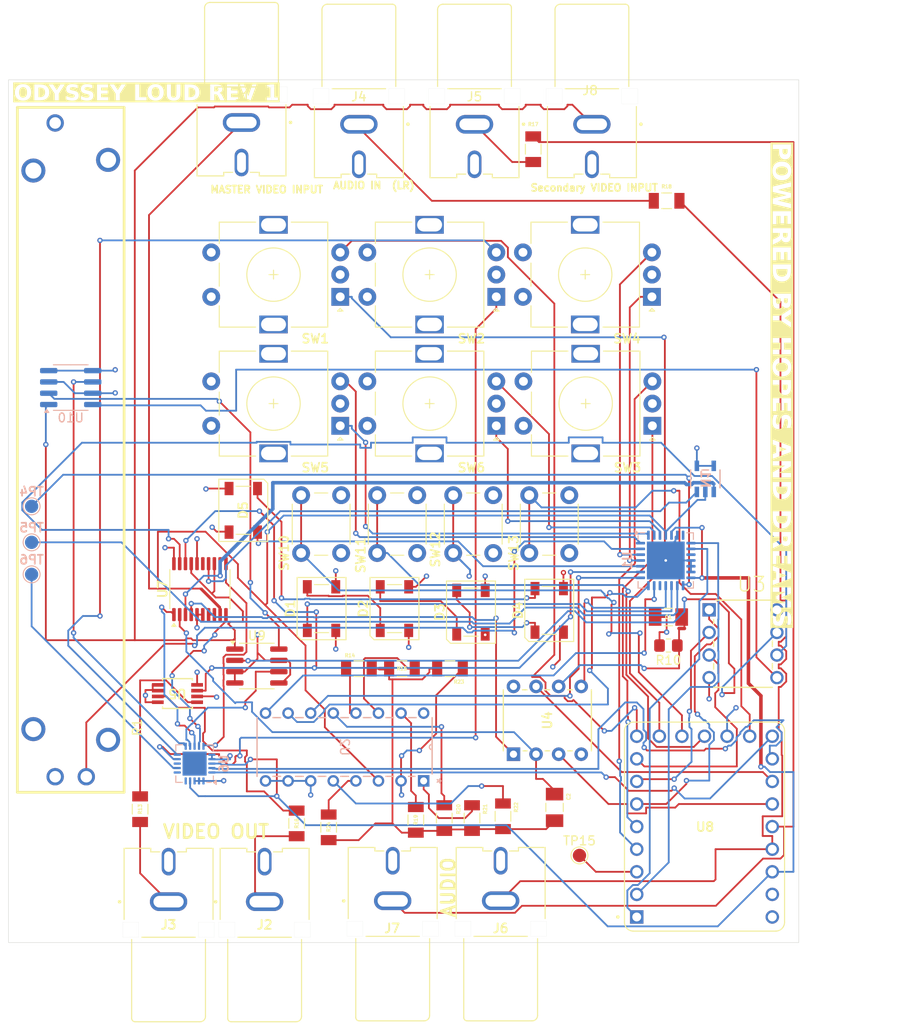
<source format=kicad_pcb>
(kicad_pcb (version 20241229) (generator "pcbnew") (generator_version "9.0")
  (layers (0 "F.Cu" signal) (4 "In1.Cu" power "Ground Plane") (6 "In2.Cu" power "Power Plane") (2 "B.Cu" signal) (13 "F.Paste" user) (15 "B.Paste" user) (5 "F.SilkS" user "F.Silkscreen") (7 "B.SilkS" user "B.Silkscreen") (1 "F.Mask" user) (3 "B.Mask" user) (25 "Edge.Cuts" user))
  (net 0 "")
  (net 1 "RSET")
  (net 2 "GND")
  (net 3 "AudioRIN")
  (net 4 "AudioLIN")
  (net 5 "Net-(C2-Pad2)")
  (net 6 "AnalogL")
  (net 7 "AnalogR")
  (net 8 "CVLN")
  (net 9 "Net-(D1-DIN)")
  (net 10 "+5V")
  (net 11 "DOUT")
  (net 12 "Net-(D2-DIN)")
  (net 13 "Net-(D3-DIN)")
  (net 14 "Net-(D4-DIN)")
  (net 15 "DIN")
  (net 16 "CLEAN")
  (net 17 "VIDEOOUTB")
  (net 18 "VIDEOOUTA")
  (net 19 "XOR")
  (net 20 "Sampler")
  (net 21 "Gain")
  (net 22 "Net-(U2-X7)")
  (net 23 "Net-(U2-X6)")
  (net 24 "Net-(U2-X4)")
  (net 25 "Net-(U2-X3)")
  (net 26 "Net-(U2-X2)")
  (net 27 "Net-(U2-X1)")
  (net 28 "Net-(U2-X0)")
  (net 29 "Net-(U5-OUTA)")
  (net 30 "Net-(U5-OUTB)")
  (net 31 "B1")
  (net 32 "A2")
  (net 33 "B2")
  (net 34 "B3")
  (net 35 "A3")
  (net 36 "A")
  (net 37 "B")
  (net 38 "B5")
  (net 39 "A5")
  (net 40 "A6")
  (net 41 "B6")
  (net 42 "+3.3V")
  (net 43 "Net-(U1-INTB)")
  (net 44 "Net-(U1-INTA)")
  (net 45 "Net-(U6-INT)")
  (net 46 "GPA5")
  (net 48 "Brightness")
  (net 49 "GPA4")
  (net 50 "GPA6")
  (net 51 "SDA")
  (net 53 "GPA3")
  (net 54 "BPOUT")
  (net 55 "SCL2")
  (net 56 "SDA2")
  (net 57 "CSOUT")
  (net 58 "GP6-A")
  (net 59 "GP5-A")
  (net 62 "CLEAN2")
  (net 64 "GP4-A")
  (net 65 "Net-(U8-GP2)")
  (net 66 "XORDOUT")
  (net 68 "CS")
  (net 69 "PostProcessingMixed")
  (net 70 "Net-(U3-PB0)")
  (net 71 "Net-(U8-GP10)")
  (net 72 "Net-(U8-GP11)")
  (net 73 "Net-(U8-GP13)")
  (net 74 "SCL")
  (net 75 "OEOUT")
  (net 76 "VSOUT")
  (net 77 "SCK")
  (net 78 "MOSI")
  (net 79 "Net-(U3-PA0)")
  (net 80 "GP3-A")
  (net 81 "GP2-A")
  (net 82 "Net-(U10-Pad2)")
  (footprint "Shittersv2:DIP254P762X432-8" (layer "F.Cu") (at 205 112.81)
    (property "Reference" "U3")
    (property "Value" "MCP41010")
  )
  (footprint "Button_Switch_THT:SW_PUSH_6mm" (layer "F.Cu") (at 168.6051 98.8 90)
    (property "Reference" "SW12")
    (property "Value" "Push_Button")
  )
  (footprint "Rotary_Encoder:RotaryEncoder_Alps_EC11E-Switch_Vertical_H20mm" (layer "F.Cu") (at 155.9 84.5 180)
    (property "Reference" "SW5")
    (property "Value" "RotaryEncoder")
  )
  (footprint "TestPoint:TestPoint_Pad_D1.5mm" (layer "F.Cu") (at 182.8 132.8)
    (property "Reference" "TP15")
    (property "Value" "TestPoint")
  )
  (footprint "Shittersv2:RESC3116X65N" (layer "F.Cu") (at 167.6 128.6 -90)
    (property "Reference" "R20")
    (property "Value" "CRCW120675R0FKEAHP")
  )
  (footprint "Shittersv2:RESC3116X65N" (layer "F.Cu") (at 174.2 128.4 -90)
    (property "Reference" "R22")
    (property "Value" "CRCW120675R0FKEAHP")
  )
  (footprint "Shitters:PTA6043-2015DP-B103" (layer "F.Cu") (at 125.6 87.2 90)
    (property "Reference" "R1")
    (property "Value" "PTA6043-2015DP-B103")
  )
  (footprint "Shittersv2:CAPC3316X140N" (layer "F.Cu") (at 192.8 106 180)
    (property "Reference" "C1")
    (property "Value" "0.1uF_0603_16V")
  )
  (footprint "Shittersv2:RESC3116X65N" (layer "F.Cu") (at 177.6 53.4 -90)
    (property "Reference" "R17")
    (property "Value" "CRCW120675R0FKEAHP" (hide yes))
  )
  (footprint "Shittersv2:RESC3116X65N" (layer "F.Cu") (at 151 129.2 -90)
    (property "Reference" "R16")
    (property "Value" "CRCW120675R0FKEAHP")
  )
  (footprint "Shitters:CUI_RCJ-041" (layer "F.Cu") (at 184.2 46.6 90)
    (property "Reference" "J8")
    (property "Value" "RCJ-041")
    (fp_line (start 0 -5.15) (end -1.7 -5.15) (stroke (width 0.01)) (layer "Edge.Cuts"))
    (fp_line (start -1.7 -5.15) (end -1.7 -3.35) (stroke (width 0.01)) (layer "Edge.Cuts"))
    (fp_line (start 0 -3.35) (end 0 -5.15) (stroke (width 0.01)) (layer "Edge.Cuts"))
    (fp_line (start -1.7 -3.35) (end 0 -3.35) (stroke (width 0.01)) (layer "Edge.Cuts"))
    (fp_line (start 0 3.35) (end -1.7 3.35) (stroke (width 0.01)) (layer "Edge.Cuts"))
    (fp_line (start -1.7 3.35) (end -1.7 5.15) (stroke (width 0.01)) (layer "Edge.Cuts"))
    (fp_line (start 0 5.15) (end 0 3.35) (stroke (width 0.01)) (layer "Edge.Cuts"))
    (fp_line (start -1.7 5.15) (end 0 5.15) (stroke (width 0.01)) (layer "Edge.Cuts"))
  )
  (footprint "! VideoThingy:21-0036_U8&plus_1_MXM" (layer "F.Cu") (at 137.6 114.6 180)
    (property "Reference" "U5")
    (property "Value" "MAX4392EUA_T")
  )
  (footprint "Package_SO:TSSOP-20_4.4x6.5mm_P0.65mm" (layer "F.Cu") (at 140.125 102.8625 90)
    (property "Reference" "U7")
    (property "Value" "ADG734")
  )
  (footprint "Button_Switch_THT:SW_PUSH_6mm" (layer "F.Cu") (at 151.5051 98.8 90)
    (property "Reference" "SW10")
    (property "Value" "Push_Button")
  )
  (footprint "Shittersv2:RESC3116X65N" (layer "F.Cu") (at 133.4 127.6 -90)
    (property "Reference" "R13")
    (property "Value" "CRCW120675R0FKEAHP")
  )
  (footprint "Shitters:CUI_RCJ-041" (layer "F.Cu") (at 144.8 46.4 90)
    (property "Reference" "J1")
    (property "Value" "RCJ-041")
    (fp_line (start 0 -5.15) (end -1.7 -5.15) (stroke (width 0.01)) (layer "Edge.Cuts"))
    (fp_line (start -1.7 -5.15) (end -1.7 -3.35) (stroke (width 0.01)) (layer "Edge.Cuts"))
    (fp_line (start 0 -3.35) (end 0 -5.15) (stroke (width 0.01)) (layer "Edge.Cuts"))
    (fp_line (start -1.7 -3.35) (end 0 -3.35) (stroke (width 0.01)) (layer "Edge.Cuts"))
    (fp_line (start 0 3.35) (end -1.7 3.35) (stroke (width 0.01)) (layer "Edge.Cuts"))
    (fp_line (start -1.7 3.35) (end -1.7 5.15) (stroke (width 0.01)) (layer "Edge.Cuts"))
    (fp_line (start 0 5.15) (end 0 3.35) (stroke (width 0.01)) (layer "Edge.Cuts"))
    (fp_line (start -1.7 5.15) (end 0 5.15) (stroke (width 0.01)) (layer "Edge.Cuts"))
  )
  (footprint "Shittersv2:RESC3116X65N" (layer "F.Cu") (at 192.6 59.2 180)
    (property "Reference" "R18")
    (property "Value" "CRCW120675R0FKEAHP")
  )
  (footprint "Shittersv2:MODULE_RP2040-ZERO" (layer "F.Cu") (at 196.86 129.56 180)
    (property "Reference" "U8")
    (property "Value" "RP2040-ZERO")
  )
  (footprint "Rotary_Encoder:RotaryEncoder_Alps_EC11E-Switch_Vertical_H20mm" (layer "F.Cu") (at 155.9 70 180)
    (property "Reference" "SW1")
    (property "Value" "RotaryEncoder")
  )
  (footprint "MountingHole:MountingHole_2.1mm" (layer "F.Cu") (at 204.8 48.2)
    (property "Reference" "MOUNT" (hide yes))
    (property "Value" "MountingHole_2.1mm" (hide yes))
  )
  (footprint "Shittersv2:CAPC3316X140N" (layer "F.Cu") (at 180 127.4 -90)
    (property "Reference" "C2")
    (property "Value" "0.1uF_0603_16V")
  )
  (footprint "Rotary_Encoder:RotaryEncoder_Alps_EC11E-Switch_Vertical_H20mm" (layer "F.Cu") (at 173.45 70 180)
    (property "Reference" "SW2")
    (property "Value" "RotaryEncoder")
  )
  (footprint "Rotary_Encoder:RotaryEncoder_Alps_EC11E-Switch_Vertical_H20mm" (layer "F.Cu") (at 190.9469 70 180)
    (property "Reference" "SW4")
    (property "Value" "RotaryEncoder")
  )
  (footprint "Shitters:CUI_RCJ-041" (layer "F.Cu") (at 171 46.6 90)
    (property "Reference" "J5")
    (property "Value" "RCJ-041")
    (fp_line (start 0 -5.15) (end -1.7 -5.15) (stroke (width 0.01)) (layer "Edge.Cuts"))
    (fp_line (start -1.7 -5.15) (end -1.7 -3.35) (stroke (width 0.01)) (layer "Edge.Cuts"))
    (fp_line (start 0 -3.35) (end 0 -5.15) (stroke (width 0.01)) (layer "Edge.Cuts"))
    (fp_line (start -1.7 -3.35) (end 0 -3.35) (stroke (width 0.01)) (layer "Edge.Cuts"))
    (fp_line (start 0 3.35) (end -1.7 3.35) (stroke (width 0.01)) (layer "Edge.Cuts"))
    (fp_line (start -1.7 3.35) (end -1.7 5.15) (stroke (width 0.01)) (layer "Edge.Cuts"))
    (fp_line (start 0 5.15) (end 0 3.35) (stroke (width 0.01)) (layer "Edge.Cuts"))
    (fp_line (start -1.7 5.15) (end 0 5.15) (stroke (width 0.01)) (layer "Edge.Cuts"))
  )
  (footprint "Rotary_Encoder:RotaryEncoder_Alps_EC11E-Switch_Vertical_H20mm" (layer "F.Cu") (at 173.45 84.5 180)
    (property "Reference" "SW6")
    (property "Value" "RotaryEncoder")
  )
  (footprint "Rotary_Encoder:RotaryEncoder_Alps_EC11E-Switch_Vertical_H20mm" (layer "F.Cu") (at 191 84.5 180)
    (property "Reference" "SW3")
    (property "Value" "RotaryEncoder")
  )
  (footprint "Shitters:CUI_RCJ-041" (layer "F.Cu") (at 173.938 141.9 -90)
    (property "Reference" "J6")
    (property "Value" "RCJ-041")
    (fp_line (start -1.7 5.15) (end 0 5.15) (stroke (width 0.01)) (layer "Edge.Cuts"))
    (fp_line (start 0 5.15) (end 0 3.35) (stroke (width 0.01)) (layer "Edge.Cuts"))
    (fp_line (start -1.7 3.35) (end -1.7 5.15) (stroke (width 0.01)) (layer "Edge.Cuts"))
    (fp_line (start 0 3.35) (end -1.7 3.35) (stroke (width 0.01)) (layer "Edge.Cuts"))
    (fp_line (start -1.7 -3.35) (end 0 -3.35) (stroke (width 0.01)) (layer "Edge.Cuts"))
    (fp_line (start 0 -3.35) (end 0 -5.15) (stroke (width 0.01)) (layer "Edge.Cuts"))
    (fp_line (start -1.7 -5.15) (end -1.7 -3.35) (stroke (width 0.01)) (layer "Edge.Cuts"))
    (fp_line (start 0 -5.15) (end -1.7 -5.15) (stroke (width 0.01)) (layer "Edge.Cuts"))
  )
  (footprint "Button_Switch_THT:SW_PUSH_6mm" (layer "F.Cu") (at 160.0551 98.8 90)
    (property "Reference" "SW11")
    (property "Value" "Push_Button")
  )
  (footprint "Shitters:CUI_RCJ-041" (layer "F.Cu") (at 158 46.6 90)
    (property "Reference" "J4")
    (property "Value" "RCJ-041")
    (fp_line (start 0 -5.15) (end -1.7 -5.15) (stroke (width 0.01)) (layer "Edge.Cuts"))
    (fp_line (start -1.7 -5.15) (end -1.7 -3.35) (stroke (width 0.01)) (layer "Edge.Cuts"))
    (fp_line (start 0 -3.35) (end 0 -5.15) (stroke (width 0.01)) (layer "Edge.Cuts"))
    (fp_line (start -1.7 -3.35) (end 0 -3.35) (stroke (width 0.01)) (layer "Edge.Cuts"))
    (fp_line (start 0 3.35) (end -1.7 3.35) (stroke (width 0.01)) (layer "Edge.Cuts"))
    (fp_line (start -1.7 3.35) (end -1.7 5.15) (stroke (width 0.01)) (layer "Edge.Cuts"))
    (fp_line (start 0 5.15) (end 0 3.35) (stroke (width 0.01)) (layer "Edge.Cuts"))
    (fp_line (start -1.7 5.15) (end 0 5.15) (stroke (width 0.01)) (layer "Edge.Cuts"))
  )
  (footprint "LED_SMD:LED_Inolux_IN-PI554FCH_PLCC4_5.0x5.0mm_P3.2mm" (layer "F.Cu") (at 145 94 -90)
    (property "Reference" "D5")
    (property "Value" "NeoPixel_THT")
  )
  (footprint "Shitters:CUI_RCJ-041" (layer "F.Cu") (at 136.6 142 -90)
    (property "Reference" "J3")
    (property "Value" "RCJ-041")
    (fp_line (start -1.7 5.15) (end 0 5.15) (stroke (width 0.01)) (layer "Edge.Cuts"))
    (fp_line (start 0 5.15) (end 0 3.35) (stroke (width 0.01)) (layer "Edge.Cuts"))
    (fp_line (start -1.7 3.35) (end -1.7 5.15) (stroke (width 0.01)) (layer "Edge.Cuts"))
    (fp_line (start 0 3.35) (end -1.7 3.35) (stroke (width 0.01)) (layer "Edge.Cuts"))
    (fp_line (start -1.7 -3.35) (end 0 -3.35) (stroke (width 0.01)) (layer "Edge.Cuts"))
    (fp_line (start 0 -3.35) (end 0 -5.15) (stroke (width 0.01)) (layer "Edge.Cuts"))
    (fp_line (start -1.7 -5.15) (end -1.7 -3.35) (stroke (width 0.01)) (layer "Edge.Cuts"))
    (fp_line (start 0 -5.15) (end -1.7 -5.15) (stroke (width 0.01)) (layer "Edge.Cuts"))
  )
  (footprint "Shitters:CUI_RCJ-041" (layer "F.Cu") (at 147.4 142 -90)
    (property "Reference" "J2")
    (property "Value" "RCJ-041")
    (fp_line (start -1.7 5.15) (end 0 5.15) (stroke (width 0.01)) (layer "Edge.Cuts"))
    (fp_line (start 0 5.15) (end 0 3.35) (stroke (width 0.01)) (layer "Edge.Cuts"))
    (fp_line (start -1.7 3.35) (end -1.7 5.15) (stroke (width 0.01)) (layer "Edge.Cuts"))
    (fp_line (start 0 3.35) (end -1.7 3.35) (stroke (width 0.01)) (layer "Edge.Cuts"))
    (fp_line (start -1.7 -3.35) (end 0 -3.35) (stroke (width 0.01)) (layer "Edge.Cuts"))
    (fp_line (start 0 -3.35) (end 0 -5.15) (stroke (width 0.01)) (layer "Edge.Cuts"))
    (fp_line (start -1.7 -5.15) (end -1.7 -3.35) (stroke (width 0.01)) (layer "Edge.Cuts"))
    (fp_line (start 0 -5.15) (end -1.7 -5.15) (stroke (width 0.01)) (layer "Edge.Cuts"))
  )
  (footprint "LED_SMD:LED_Inolux_IN-PI554FCH_PLCC4_5.0x5.0mm_P3.2mm" (layer "F.Cu") (at 170.6 105.45 90)
    (property "Reference" "D3")
    (property "Value" "NeoPixel_THT")
  )
  (footprint "! VideoThingy:N08E_TEX" (layer "F.Cu") (at 175.38 121.42 90)
    (property "Reference" "U4")
    (property "Value" "LM1881N")
  )
  (footprint "Shittersv2:RESC3116X65N" (layer "F.Cu") (at 158 111.8)
    (property "Reference" "R14")
    (property "Value" "CRCW120675R0FKEAHP")
  )
  (footprint "Shitters:CUI_RCJ-041" (layer "F.Cu") (at 161.8 141.9 -90)
    (property "Reference" "J7")
    (property "Value" "RCJ-041")
    (fp_line (start -1.7 5.15) (end 0 5.15) (stroke (width 0.01)) (layer "Edge.Cuts"))
    (fp_line (start 0 5.15) (end 0 3.35) (stroke (width 0.01)) (layer "Edge.Cuts"))
    (fp_line (start -1.7 3.35) (end -1.7 5.15) (stroke (width 0.01)) (layer "Edge.Cuts"))
    (fp_line (start 0 3.35) (end -1.7 3.35) (stroke (width 0.01)) (layer "Edge.Cuts"))
    (fp_line (start -1.7 -3.35) (end 0 -3.35) (stroke (width 0.01)) (layer "Edge.Cuts"))
    (fp_line (start 0 -3.35) (end 0 -5.15) (stroke (width 0.01)) (layer "Edge.Cuts"))
    (fp_line (start -1.7 -5.15) (end -1.7 -3.35) (stroke (width 0.01)) (layer "Edge.Cuts"))
    (fp_line (start 0 -5.15) (end -1.7 -5.15) (stroke (width 0.01)) (layer "Edge.Cuts"))
  )
  (footprint "LED_SMD:LED_Inolux_IN-PI554FCH_PLCC4_5.0x5.0mm_P3.2mm" (layer "F.Cu") (at 162 105.05 90)
    (property "Reference" "D2")
    (property "Value" "NeoPixel_THT")
  )
  (footprint "Shittersv2:RESC3116X65N" (layer "F.Cu") (at 162.84 111.8 180)
    (property "Reference" "R15")
    (property "Value" "CRCW120675R0FKEAHP")
  )
  (footprint "Shittersv2:RESC3116X65N" (layer "F.Cu") (at 168.24 111.8 180)
    (property "Reference" "R23")
    (property "Value" "CRCW120675R0FKEAHP")
  )
  (footprint "LED_SMD:LED_Inolux_IN-PI554FCH_PLCC4_5.0x5.0mm_P3.2mm" (layer "F.Cu") (at 153.8 105.05 90)
    (property "Reference" "D1")
    (property "Value" "NeoPixel_THT")
  )
  (footprint "LED_SMD:LED_Inolux_IN-PI554FCH_PLCC4_5.0x5.0mm_P3.2mm" (layer "F.Cu") (at 179.4 105.25 90)
    (property "Reference" "D4")
    (property "Value" "NeoPixel_THT")
  )
  (footprint "Shittersv2:RESC3116X65N" (layer "F.Cu") (at 164.4 128.8 -90)
    (property "Reference" "R19")
    (property "Value" "CRCW120675R0FKEAHP")
  )
  (footprint "Package_SO:SOIC-8_3.9x4.9mm_P1.27mm" (layer "F.Cu") (at 146.525 111.505)
    (property "Reference" "U9")
    (property "Value" "ADG419BR")
  )
  (footprint "Resistor_SMD:R_0805_2012Metric_Pad1.20x1.40mm_HandSolder" (layer "F.Cu") (at 192.8 109.2 180)
    (property "Reference" "R10")
    (property "Value" "680k")
  )
  (footprint "MountingHole:MountingHole_2.1mm" (layer "F.Cu") (at 121.2 140)
    (property "Reference" "MOUNT2" (hide yes))
    (property "Value" "MountingHole_2.1mm" (hide yes))
  )
  (footprint "Shittersv2:RESC3116X65N" (layer "F.Cu") (at 170.72 128.6 -90)
    (property "Reference" "R21")
    (property "Value" "CRCW120675R0FKEAHP")
  )
  (footprint "Shittersv2:RESC3116X65N" (layer "F.Cu") (at 154.6 129.64 -90)
    (property "Reference" "R24")
    (property "Value" "CRCW120675R0FKEAHP")
  )
  (footprint "Button_Switch_THT:SW_PUSH_6mm" (layer "F.Cu") (at 177.1551 98.8 90)
    (property "Reference" "SW13")
    (property "Value" "Push_Button")
  )
  (footprint "TestPoint:TestPoint_Pad_D1.5mm" (layer "B.Cu") (at 121.2 101.2 180)
    (property "Reference" "TP6")
    (property "Value" "TestPoint")
  )
  (footprint "TestPoint:TestPoint_Pad_D1.5mm" (layer "B.Cu") (at 121.2 97.6 180)
    (property "Reference" "TP5")
    (property "Value" "TestPoint" (hide yes))
  )
  (footprint "TestPoint:TestPoint_Pad_D1.5mm" (layer "B.Cu") (at 121.2 93.55 180)
    (property "Reference" "TP4")
    (property "Value" "TestPoint" (hide yes))
  )
  (footprint "! VideoThingy:N16" (layer "B.Cu") (at 147.5 116.8 90)
    (property "Reference" "U2")
    (property "Value" "CD4051B")
  )
  (footprint "! VideoThingy:DBV5-M" (layer "B.Cu") (at 196.95 90.4668 90)
    (property "Reference" "N1")
    (property "Value" "~")
  )
  (footprint "Package_DFN_QFN:QFN-20-1EP_4x4mm_P0.5mm_EP2.7x2.7mm" (layer "B.Cu") (at 139.525 122.475 90)
    (property "Reference" "U6")
    (property "Value" "MCP23008-xML")
  )
  (footprint "Package_DFN_QFN:QFN-28-1EP_6x6mm_P0.65mm_EP4.25x4.25mm" (layer "B.Cu") (at 192.5 99.6375 -90)
    (property "Reference" "U1")
    (property "Value" "MCP23017_ML")
  )
  (footprint "Package_SO:SOIC-8_3.9x4.9mm_P1.27mm" (layer "B.Cu") (at 125.6 80.2)
    (property "Reference" "U10")
    (property "Value" "ADG419BR")
  )
  (gr_rect (start 118.6 45.6) (end 207.460256 142.6) (stroke (width 0.05)) (fill no) (layer "Edge.Cuts"))
  (gr_text "POWERED BY HOPES AND DREAMS" (at 204.2 52.6 270) (layer "F.SilkS" knockout) (effects (font (size 2 2) (thickness 0.3) (bold yes)) (justify left bottom)))
  (gr_text "MASTER VIDEO INPUT\n" (at 141.2 58.4 0) (layer "F.SilkS") (effects (font (size 0.8 0.8) (thickness 0.2) (bold yes)) (justify left bottom)))
  (gr_text "AUDIO IN  (LR)" (at 155 57 0) (layer "F.SilkS") (effects (font (size 0.8 0.8) (thickness 0.2) (bold yes)) (justify left top)))
  (gr_text "ODYSSEY LOUD REV 1\n" (at 119.2 48.2 0) (layer "F.SilkS" knockout) (effects (font (size 1.75 1.75) (thickness 0.3) (bold yes)) (justify left bottom)))
  (gr_text "VIDEO OUT\n" (at 135.8 131 0) (layer "F.SilkS") (effects (font (size 1.5 1.5) (thickness 0.3) (bold yes)) (justify left bottom)))
  (gr_text "AUDIO" (at 168.938 139.9 90) (layer "F.SilkS") (effects (font (size 1.5 1.5) (thickness 0.3) (bold yes)) (justify left bottom)))
  (gr_text "Secondary VIDEO INPUT\n" (at 177.2 58.2 0) (layer "F.SilkS") (effects (font (size 0.8 0.8) (thickness 0.2) (bold yes)) (justify left bottom)))
  (segment (start 194 107.282) (end 194 111.772) (width 0.2) (layer "F.Cu") (net 1))
  (segment (start 194 111.772) (end 190.074 111.772) (width 0.2) (layer "F.Cu") (net 1))
  (segment (start 194 107.282) (end 194.6 107.282) (width 0.4) (layer "F.Cu") (net 1))
  (segment (start 194.6 106) (end 194.6 107.282) (width 0.2) (layer "F.Cu") (net 1))
  (via (at 190.074 111.772) (size 0.6) (drill 0.3) (layers "F.Cu" "B.Cu") (net 1))
  (segment (start 190.074 111.772) (end 189.702 111.4) (width 0.2) (layer "B.Cu") (net 1))
  (segment (start 189.702 111.4) (end 182.86 111.4) (width 0.2) (layer "B.Cu") (net 1))
  (segment (start 182.86 111.4) (end 180.46 113.8) (width 0.2) (layer "B.Cu") (net 1))
  (segment (start 134.815 113.625) (end 135.39 113.625) (width 0.2) (layer "F.Cu") (net 2))
  (segment (start 146.6 108) (end 146.6 110) (width 0.2) (layer "F.Cu") (net 2))
  (segment (start 140.8 91.6) (end 141 91.6) (width 0.2) (layer "F.Cu") (net 2))
  (segment (start 134.815 114.2) (end 135.315 114.2) (width 0.2) (layer "F.Cu") (net 2))
  (segment (start 134 114.205362) (end 134.809638 114.205362) (width 0.2) (layer "F.Cu") (net 2))
  (segment (start 139.8 107.2) (end 139.8 105.725) (width 0.2) (layer "F.Cu") (net 2))
  (segment (start 181 101) (end 181 102.8) (width 0.2) (layer "F.Cu") (net 2))
  (segment (start 171.8 125) (end 174.2 125) (width 0.2) (layer "F.Cu") (net 2))
  (segment (start 149.346968 113.41) (end 150.276 112.480968) (width 0.2) (layer "F.Cu") (net 2))
  (segment (start 165.6 101.4) (end 164.4 102.6) (width 0.2) (layer "F.Cu") (net 2))
  (segment (start 134.815 114.2) (end 134.815 113.625) (width 0.2) (layer "F.Cu") (net 2))
  (segment (start 188.473 104.197) (end 192.4 100.27) (width 0.2) (layer "F.Cu") (net 2))
  (segment (start 155.4 109.6) (end 155.4 107.5) (width 0.2) (layer "F.Cu") (net 2))
  (segment (start 145.150943 112.14) (end 146.6 110.690943) (width 0.2) (layer "F.Cu") (net 2))
  (segment (start 179.8 111.6) (end 180.6 110.8) (width 0.2) (layer "F.Cu") (net 2))
  (segment (start 172.2 101.4) (end 172.2 103) (width 0.2) (layer "F.Cu") (net 2))
  (segment (start 192.6 106) (end 191.308 106) (width 0.2) (layer "F.Cu") (net 2))
  (segment (start 144.05 113.41) (end 144.05 112.14) (width 0.2) (layer "F.Cu") (net 2))
  (segment (start 141.997235 96.397235) (end 143.347235 96.397235) (width 0.2) (layer "F.Cu") (net 2))
  (segment (start 168.605 94.3312) (end 168.605 97.9875) (width 0.2) (layer "F.Cu") (net 2))
  (segment (start 180.6 110.8) (end 180.6 108.1) (width 0.2) (layer "F.Cu") (net 2))
  (segment (start 168.605 92.3) (end 168.605 94.3312) (width 0.2) (layer "F.Cu") (net 2))
  (segment (start 168.6051 94.3311) (end 168.6051 92.3) (width 0.2) (layer "F.Cu") (net 2))
  (segment (start 137.2 98.2) (end 137.2 100) (width 0.2) (layer "F.Cu") (net 2))
  (segment (start 150.276 111.171001) (end 149.974999 110.87) (width 0.2) (layer "F.Cu") (net 2))
  (segment (start 174.2 125) (end 174.2 126.96) (width 0.2) (layer "F.Cu") (net 2))
  (segment (start 150.276 112.480968) (end 150.276 111.171001) (width 0.2) (layer "F.Cu") (net 2))
  (segment (start 180.6 108.1) (end 181 107.7) (width 0.2) (layer "F.Cu") (net 2))
  (segment (start 139.8098 112.2) (end 139.8098 113.62464) (width 0.2) (layer "F.Cu") (net 2))
  (segment (start 163.6 109.4) (end 163.6 107.5) (width 0.2) (layer "F.Cu") (net 2))
  (segment (start 149.974999 110.87) (end 149 110.87) (width 0.2) (layer "F.Cu") (net 2))
  (segment (start 140.45 105.725) (end 139.8 105.725) (width 0.2) (layer "F.Cu") (net 2))
  (segment (start 168.605 94.3312) (end 168.6051 94.3311) (width 0.2) (layer "F.Cu") (net 2))
  (segment (start 146.6 110) (end 147.47 110.87) (width 0.2) (layer "F.Cu") (net 2))
  (segment (start 191.78 119.4) (end 191.78 115.636) (width 0.2) (layer "F.Cu") (net 2))
  (segment (start 188.473 112.329) (end 188.473 104.197) (width 0.2) (layer "F.Cu") (net 2))
  (segment (start 141.915 114.915) (end 139.82 114.915) (width 0.2) (layer "F.Cu") (net 2))
  (segment (start 139.8 97.2) (end 139.8 100) (width 0.2) (layer "F.Cu") (net 2))
  (segment (start 192.6 107.694703) (end 192.6 106) (width 0.2) (layer "F.Cu") (net 2))
  (segment (start 164.4 102.6) (end 163.6 102.6) (width 0.2) (layer "F.Cu") (net 2))
  (segment (start 141.05 91.55) (end 143.4 91.55) (width 0.2) (layer "F.Cu") (net 2))
  (segment (start 134 115.57536) (end 134 114.8) (width 0.2) (layer "F.Cu") (net 2))
  (segment (start 192.6 107.694703) (end 191.8 107.694703) (width 0.2) (layer "F.Cu") (net 2))
  (segment (start 135.3902 115.57536) (end 134 115.57536) (width 0.2) (layer "F.Cu") (net 2))
  (segment (start 192.4 100.27) (end 192.4 74.6477) (width 0.2) (layer "F.Cu") (net 2))
  (segment (start 141 91.6) (end 141.05 91.55) (width 0.2) (layer "F.Cu") (net 2))
  (segment (start 191.8 107.694703) (end 191.8 109.2) (width 0.2) (layer "F.Cu") (net 2))
  (segment (start 136.2 98.2) (end 137.2 98.2) (width 0.2) (layer "F.Cu") (net 2))
  (segment (start 134 114.8) (end 134 114.205362) (width 0.2) (layer "F.Cu") (net 2))
  (segment (start 197.38 115.2) (end 197.38 112.81) (width 0.2) (layer "F.Cu") (net 2))
  (segment (start 147.47 110.87) (end 149 110.87) (width 0.2) (layer "F.Cu") (net 2))
  (segment (start 192.4 74.6477) (end 192.3 74.5477) (width 0.2) (layer "F.Cu") (net 2))
  (segment (start 141.5 95.9) (end 141.997235 96.397235) (width 0.2) (layer "F.Cu") (net 2))
  (segment (start 191.78 115.636) (end 188.473 112.329) (width 0.2) (layer "F.Cu") (net 2))
  (segment (start 155.4 100.8) (end 155.4 102.6) (width 0.2) (layer "F.Cu") (net 2))
  (segment (start 142 115) (end 141.915 114.915) (width 0.2) (layer "F.Cu") (net 2))
  (segment (start 144.05 112.14) (end 145.150943 112.14) (width 0.2) (layer "F.Cu") (net 2))
  (segment (start 146.6 110.690943) (end 146.6 110) (width 0.2) (layer "F.Cu") (net 2))
  (via (at 170.4 101.4) (size 0.6) (drill 0.3) (layers "F.Cu" "B.Cu") (net 2))
  (via (at 200.4 116.2) (size 0.6) (drill 0.3) (layers "F.Cu" "B.Cu") (net 2))
  (via (at 130.6 78.2) (size 0.6) (drill 0.3) (layers "F.Cu" "B.Cu") (net 2))
  (via (at 140.8 91.6) (size 0.6) (drill 0.3) (layers "F.Cu" "B.Cu") (net 2))
  (via (at 142 115) (size 0.6) (drill 0.3) (layers "F.Cu" "B.Cu") (net 2))
  (via (at 141.5 95.9) (size 0.6) (drill 0.3) (layers "F.Cu" "B.Cu") (net 2))
  (via (at 197.38 115.2) (size 0.6) (drill 0.3) (layers "F.Cu" "B.Cu") (net 2))
  (via blind (at 181 101) (size 0.6) (drill 0.3) (layers "F.Cu" "In2.Cu") (net 2))
  (via (at 171.8 125) (size 0.6) (drill 0.3) (layers "F.Cu" "B.Cu") (net 2))
  (via (at 165.6 101.4) (size 0.6) (drill 0.3) (layers "F.Cu" "B.Cu") (net 2))
  (via (at 130.6 80.8) (size 0.6) (drill 0.3) (layers "F.Cu" "B.Cu") (net 2))
  (via (at 136.2 98.2) (size 0.6) (drill 0.3) (layers "F.Cu" "B.Cu") (net 2))
  (via (at 163.6 109.4) (size 0.6) (drill 0.3) (layers "F.Cu" "B.Cu") (net 2))
  (via (at 142.8 124.4) (size 0.6) (drill 0.3) (layers "F.Cu" "B.Cu") (net 2))
  (via (at 192.6 107.694703) (size 0.6) (drill 0.3) (layers "F.Cu" "B.Cu") (net 2))
  (via (at 192.5 99.6375) (size 0.6) (drill 0.3) (layers "F.Cu" "B.Cu") (net 2))
  (via (at 179.8 111.6) (size 0.6) (drill 0.3) (layers "F.Cu" "B.Cu") (net 2))
  (via (at 146.6 108) (size 0.6) (drill 0.3) (layers "F.Cu" "B.Cu") (net 2))
  (via (at 139.8098 112.2) (size 0.6) (drill 0.3) (layers "F.Cu" "B.Cu") (net 2))
  (via (at 139.8 97.2) (size 0.6) (drill 0.3) (layers "F.Cu" "B.Cu") (net 2))
  (via (at 152.58 126) (size 0.6) (drill 0.3) (layers "F.Cu" "B.Cu") (net 2))
  (via (at 143.509179 121.6) (size 0.6) (drill 0.3) (layers "F.Cu" "B.Cu") (net 2))
  (via (at 192.3 74.5477) (size 0.6) (drill 0.3) (layers "F.Cu" "B.Cu") (net 2))
  (via (at 196 87) (size 0.6) (drill 0.3) (layers "F.Cu" "B.Cu") (net 2))
  (via blind (at 172.2 108) (size 0.6) (drill 0.3) (layers "F.Cu" "In1.Cu") (net 2))
  (via (at 134 114.8) (size 0.6) (drill 0.3) (layers "F.Cu" "B.Cu") (net 2))
  (via (at 172.2 101.4) (size 0.6) (drill 0.3) (layers "F.Cu" "B.Cu") (net 2))
  (via (at 155.4 109.6) (size 0.6) (drill 0.3) (layers "F.Cu" "B.Cu") (net 2))
  (via (at 155.4 100.8) (size 0.6) (drill 0.3) (layers "F.Cu" "B.Cu") (net 2))
  (via (at 139.8 107.2) (size 0.6) (drill 0.3) (layers "F.Cu" "B.Cu") (net 2))
  (segment (start 157.202 70) (end 157.202 70.1627) (width 0.2) (layer "B.Cu") (net 2))
  (segment (start 123.125 78.295) (end 128.075 78.295) (width 0.2) (layer "B.Cu") (net 2))
  (segment (start 128.075 78.295) (end 130.505 78.295) (width 0.2) (layer "B.Cu") (net 2))
  (segment (start 168.6051 98.8) (end 170.4933 100.6882) (width 0.2) (layer "B.Cu") (net 2))
  (segment (start 130.6 80.8) (end 130.4 80.8) (width 0.2) (layer "B.Cu") (net 2))
  (segment (start 195.999999 88.99995) (end 197.900001 88.99995) (width 0.2) (layer "B.Cu") (net 2))
  (segment (start 192.9865 97.6135) (end 193.382824 97.6135) (width 0.2) (layer "B.Cu") (net 2))
  (segment (start 169.626 99.8204) (end 169.626 99.8206) (width 0.2) (layer "B.Cu") (net 2))
  (segment (start 130.505 78.295) (end 130.6 78.2) (width 0.2) (layer "B.Cu") (net 2))
  (segment (start 140.525 124.425) (end 140.025 124.425) (width 0.2) (layer "B.Cu") (net 2))
  (segment (start 140.525 124.425) (end 142.775 124.425) (width 0.2) (layer "B.Cu") (net 2))
  (segment (start 142.775 124.425) (end 142.8 124.4) (width 0.2) (layer "B.Cu") (net 2))
  (segment (start 195.3375 100.9375) (end 195.3375 100.2875) (width 0.2) (layer "B.Cu") (net 2))
  (segment (start 130.4 80.8) (end 130.365 80.835) (width 0.2) (layer "B.Cu") (net 2))
  (segment (start 143.509179 121.996585) (end 143.505764 122) (width 0.2) (layer "B.Cu") (net 2))
  (segment (start 143.2 122) (end 143.199 121.999) (width 0.2) (layer "B.Cu") (net 2))
  (segment (start 143.509179 121.6) (end 143.509179 121.996585) (width 0.2) (layer "B.Cu") (net 2))
  (segment (start 142.715 122) (end 141.5 122) (width 0.2) (layer "B.Cu") (net 2))
  (segment (start 193.601 96.999) (end 193.8 96.8) (width 0.2) (layer "B.Cu") (net 2))
  (segment (start 157.661 126.961) (end 155.12 124.42) (width 0.2) (layer "B.Cu") (net 2))
  (segment (start 192.5 98.1) (end 192.9865 97.6135) (width 0.2) (layer "B.Cu") (net 2))
  (segment (start 199.4 117.2) (end 199.4 119.4) (width 0.2) (layer "B.Cu") (net 2))
  (segment (start 193.382824 97.6135) (end 193.601 97.395324) (width 0.2) (layer "B.Cu") (net 2))
  (segment (start 192.5 99.6375) (end 192.5 98.1) (width 0.2) (layer "B.Cu") (net 2))
  (segment (start 130.365 80.835) (end 128.075 80.835) (width 0.2) (layer "B.Cu") (net 2))
  (segment (start 170.4935 101.3065) (end 170.4935 100.6882) (width 0.2) (layer "B.Cu") (net 2))
  (segment (start 170.4933 100.6882) (end 170.4935 100.6882) (width 0.2) (layer "B.Cu") (net 2))
  (segment (start 126.07 80.835) (end 128.075 80.835) (width 0.2) (layer "B.Cu") (net 2))
  (segment (start 169.626 99.8206) (end 168.605 98.8001) (width 0.2) (layer "B.Cu") (net 2))
  (segment (start 143.199 121.999) (end 142.716 121.999) (width 0.2) (layer "B.Cu") (net 2))
  (segment (start 193.601 97.395324) (end 193.601 96.999) (width 0.2) (layer "B.Cu") (net 2))
  (segment (start 139.525 124.425) (end 140.025 124.425) (width 0.2) (layer "B.Cu") (net 2))
  (segment (start 150.04 124.42) (end 152.58 124.42) (width 0.2) (layer "B.Cu") (net 2))
  (segment (start 123.125 79.565) (end 124.8 79.565) (width 0.2) (layer "B.Cu") (net 2))
  (segment (start 157.202 70.1627) (end 161.587 74.5477) (width 0.2) (layer "B.Cu") (net 2))
  (segment (start 196 87) (end 195.999999 88.99995) (width 0.2) (layer "B.Cu") (net 2))
  (segment (start 155.9 70) (end 157.202 70) (width 0.2) (layer "B.Cu") (net 2))
  (segment (start 170.3 125) (end 168.339 126.961) (width 0.2) (layer "B.Cu") (net 2))
  (segment (start 168.339 126.961) (end 157.661 126.961) (width 0.2) (layer "B.Cu") (net 2))
  (segment (start 171.8 125) (end 170.3 125) (width 0.2) (layer "B.Cu") (net 2))
  (segment (start 170.4 101.4) (end 170.4935 101.3065) (width 0.2) (layer "B.Cu") (net 2))
  (segment (start 161.587 74.5477) (end 192.3 74.5477) (width 0.2) (layer "B.Cu") (net 2))
  (segment (start 170.4935 100.6882) (end 169.626 99.8206) (width 0.2) (layer "B.Cu") (net 2))
  (segment (start 142.716 121.999) (end 142.715 122) (width 0.2) (layer "B.Cu") (net 2))
  (segment (start 152.58 124.42) (end 152.58 126) (width 0.2) (layer "B.Cu") (net 2))
  (segment (start 143.505764 122) (end 143.2 122) (width 0.2) (layer "B.Cu") (net 2))
  (segment (start 169.116 99.3102) (end 169.626 99.8204) (width 0.2) (layer "B.Cu") (net 2))
  (segment (start 141.475 121.975) (end 141.475 121.475) (width 0.2) (layer "B.Cu") (net 2))
  (segment (start 195.3375 100.2875) (end 195.3375 99.6375) (width 0.2) (layer "B.Cu") (net 2))
  (segment (start 124.8 79.565) (end 126.07 80.835) (width 0.2) (layer "B.Cu") (net 2))
  (segment (start 200.4 116.2) (end 199.4 117.2) (width 0.2) (layer "B.Cu") (net 2))
  (segment (start 192.5 99.6375) (end 195.3375 99.6375) (width 0.2) (layer "B.Cu") (net 2))
  (segment (start 147.5 124.42) (end 150.04 124.42) (width 0.2) (layer "B.Cu") (net 2))
  (segment (start 177.6 54.84) (end 175.24 54.84) (width 0.2) (layer "F.Cu") (net 3))
  (segment (start 175.24 54.84) (end 171 50.6) (width 0.2) (layer "F.Cu") (net 3))
  (segment (start 191.16 59.2) (end 166.2 59.2) (width 0.2) (layer "F.Cu") (net 4))
  (segment (start 158 51) (end 158 50.6) (width 0.2) (layer "F.Cu") (net 4))
  (segment (start 166.2 59.2) (end 158 51) (width 0.2) (layer "F.Cu") (net 4))
  (segment (start 161.775 113.005) (end 161.4 113.005) (width 0.2) (layer "F.Cu") (net 5))
  (segment (start 157.980219 131.08) (end 159.860219 129.2) (width 0.2) (layer "F.Cu") (net 5))
  (segment (start 165.928 112.209) (end 165.132 113.005) (width 0.2) (layer "F.Cu") (net 5))
  (segment (start 179.052 129.84) (end 180 128.892) (width 0.2) (layer "F.Cu") (net 5))
  (segment (start 167.6 129.88) (end 170.68 129.88) (width 0.2) (layer "F.Cu") (net 5))
  (segment (start 159.44 111.8) (end 160.312 111.8) (width 0.2) (layer "F.Cu") (net 5))
  (segment (start 164.4 130.24) (end 162.815 130.24) (width 0.2) (layer "F.Cu") (net 5))
  (segment (start 170.72 129.84) (end 174.2 129.84) (width 0.2) (layer "F.Cu") (net 5))
  (segment (start 174.2 129.84) (end 179.052 129.84) (width 0.2) (layer "F.Cu") (net 5))
  (segment (start 167.6 130.04) (end 164.6 130.04) (width 0.2) (layer "F.Cu") (net 5))
  (segment (start 165.928 111.8) (end 165.928 112.209) (width 0.2) (layer "F.Cu") (net 5))
  (segment (start 161.775 129.2) (end 161.775 113.005) (width 0.2) (layer "F.Cu") (net 5))
  (segment (start 161.4 113.005) (end 161.4 111.8) (width 0.2) (layer "F.Cu") (net 5))
  (segment (start 154.6 131.08) (end 157.980219 131.08) (width 0.2) (layer "F.Cu") (net 5))
  (segment (start 159.860219 129.2) (end 161.775 129.2) (width 0.2) (layer "F.Cu") (net 5))
  (segment (start 165.132 113.005) (end 161.775 113.005) (width 0.2) (layer "F.Cu") (net 5))
  (segment (start 160.312 111.8) (end 161.4 111.8) (width 0.4) (layer "F.Cu") (net 5))
  (segment (start 162.815 130.24) (end 161.775 129.2) (width 0.2) (layer "F.Cu") (net 5))
  (segment (start 166.8 111.8) (end 165.928 111.8) (width 0.2) (layer "F.Cu") (net 5))
  (segment (start 205.435 111.76) (end 206.05 112.375) (width 0.2) (layer "F.Cu") (net 6))
  (segment (start 205.2 118.628) (end 205.535 118.963) (width 0.2) (layer "F.Cu") (net 6))
  (segment (start 205.435 113.86) (end 205.2 113.86) (width 0.2) (layer "F.Cu") (net 6))
  (segment (start 205.435 109.22) (end 206.05 109.835) (width 0.2) (layer "F.Cu") (net 6))
  (segment (start 197.905 135.695) (end 176.143 135.695) (width 0.2) (layer "F.Cu") (net 6))
  (segment (start 203.4 128.4) (end 203.4 130.615) (width 0.2) (layer "F.Cu") (net 6))
  (segment (start 205.435 108.78) (end 205.2 108.78) (width 0.2) (layer "F.Cu") (net 6))
  (segment (start 205.4 70.56) (end 205.4 104.14) (width 0.2) (layer "F.Cu") (net 6))
  (segment (start 204.48 132.1) (end 198.1 132.1) (width 0.2) (layer "F.Cu") (net 6))
  (segment (start 205.2 109.22) (end 205.435 109.22) (width 0.2) (layer "F.Cu") (net 6))
  (segment (start 198.1 135.5) (end 197.905 135.695) (width 0.2) (layer "F.Cu") (net 6))
  (segment (start 203.4 130.615) (end 204.48 130.615) (width 0.2) (layer "F.Cu") (net 6))
  (segment (start 205.4 104.14) (end 206.05 104.14) (width 0.2) (layer "F.Cu") (net 6))
  (segment (start 206.05 113.245) (end 205.435 113.86) (width 0.2) (layer "F.Cu") (net 6))
  (segment (start 205.2 111.32) (end 205.2 111.76) (width 0.2) (layer "F.Cu") (net 6))
  (segment (start 205.2 111.76) (end 205.435 111.76) (width 0.2) (layer "F.Cu") (net 6))
  (segment (start 205.535 118.963) (end 205.535 121.503) (width 0.2) (layer "F.Cu") (net 6))
  (segment (start 205.6 128.4) (end 203.4 128.4) (width 0.2) (layer "F.Cu") (net 6))
  (segment (start 206.05 108.165) (end 205.435 108.78) (width 0.2) (layer "F.Cu") (net 6))
  (segment (start 205.6 121.568) (end 205.6 128.4) (width 0.2) (layer "F.Cu") (net 6))
  (segment (start 205.2 108.78) (end 205.2 109.22) (width 0.2) (layer "F.Cu") (net 6))
  (segment (start 206.05 112.375) (end 206.05 113.245) (width 0.2) (layer "F.Cu") (net 6))
  (segment (start 205.435 111.32) (end 205.2 111.32) (width 0.2) (layer "F.Cu") (net 6))
  (segment (start 204.48 130.615) (end 204.48 132.1) (width 0.2) (layer "F.Cu") (net 6))
  (segment (start 194.04 59.2) (end 205.4 70.56) (width 0.2) (layer "F.Cu") (net 6))
  (segment (start 206.05 110.705) (end 205.435 111.32) (width 0.2) (layer "F.Cu") (net 6))
  (segment (start 198.1 132.1) (end 198.1 135.5) (width 0.2) (layer "F.Cu") (net 6))
  (segment (start 205.535 121.503) (end 205.6 121.568) (width 0.2) (layer "F.Cu") (net 6))
  (segment (start 206.05 104.14) (end 206.05 108.165) (width 0.2) (layer "F.Cu") (net 6))
  (segment (start 205.2 113.86) (end 205.2 118.628) (width 0.2) (layer "F.Cu") (net 6))
  (segment (start 176.143 135.695) (end 173.938 137.9) (width 0.2) (layer "F.Cu") (net 6))
  (segment (start 206.05 109.835) (end 206.05 110.705) (width 0.2) (layer "F.Cu") (net 6))
  (segment (start 203.445 133.155) (end 205.4 133.155) (width 0.2) (layer "F.Cu") (net 7))
  (segment (start 176.339 138.46) (end 198.14 138.46) (width 0.2) (layer "F.Cu") (net 7))
  (segment (start 161.8 137.9) (end 163.151 139.251) (width 0.2) (layer "F.Cu") (net 7))
  (segment (start 198.14 138.46) (end 203.445 133.155) (width 0.2) (layer "F.Cu") (net 7))
  (segment (start 206.859 52.6) (end 206.859 129.56) (width 0.2) (layer "F.Cu") (net 7))
  (segment (start 177.6 51.96) (end 178.24 52.6) (width 0.2) (layer "F.Cu") (net 7))
  (segment (start 204.48 129.56) (end 206.859 129.56) (width 0.2) (layer "F.Cu") (net 7))
  (segment (start 205.8 132.755) (end 205.8 129.56) (width 0.2) (layer "F.Cu") (net 7))
  (segment (start 163.151 139.251) (end 175.548 139.251) (width 0.2) (layer "F.Cu") (net 7))
  (segment (start 205.4 133.155) (end 205.8 132.755) (width 0.2) (layer "F.Cu") (net 7))
  (segment (start 178.24 52.6) (end 206.859 52.6) (width 0.2) (layer "F.Cu") (net 7))
  (segment (start 175.548 139.251) (end 176.339 138.46) (width 0.2) (layer "F.Cu") (net 7))
  (segment (start 178.692 124.2) (end 180 125.508) (width 0.2) (layer "F.Cu") (net 8))
  (segment (start 177.92 121.42) (end 177.92 124.2) (width 0.2) (layer "F.Cu") (net 8))
  (segment (start 138.6 107.8) (end 137.85 107.05) (width 0.2) (layer "F.Cu") (net 8))
  (segment (start 137.85 107.05) (end 137.85 105.725) (width 0.2) (layer "F.Cu") (net 8))
  (segment (start 177.92 124.2) (end 178.692 124.2) (width 0.2) (layer "F.Cu") (net 8))
  (via (at 138.6 107.8) (size 0.6) (drill 0.3) (layers "F.Cu" "B.Cu") (net 8))
  (segment (start 138.6 109.893825) (end 141.612 112.905825) (width 0.2) (layer "B.Cu") (net 8))
  (segment (start 144.097 115.684) (end 141.614 113.2) (width 0.2) (layer "B.Cu") (net 8))
  (segment (start 148.27 118.942) (end 175.442 118.942) (width 0.2) (layer "B.Cu") (net 8))
  (segment (start 144.198 115.583) (end 145.983 115.583) (width 0.2) (layer "B.Cu") (net 8))
  (segment (start 144.097 115.684) (end 144.198 115.583) (width 0.2) (layer "B.Cu") (net 8))
  (segment (start 145.983 115.583) (end 145.983 116.655) (width 0.2) (layer "B.Cu") (net 8))
  (segment (start 175.442 118.942) (end 177.92 121.42) (width 0.2) (layer "B.Cu") (net 8))
  (segment (start 145.983 116.655) (end 148.27 118.942) (width 0.2) (layer "B.Cu") (net 8))
  (segment (start 138.6 107.8) (end 138.6 109.893825) (width 0.2) (layer "B.Cu") (net 8))
  (segment (start 141.612 112.905825) (end 141.612 113.2) (width 0.2) (layer "B.Cu") (net 8))
  (segment (start 152.2 102.6) (end 152.2 103.6) (width 0.2) (layer "F.Cu") (net 9))
  (segment (start 156.201 103.6) (end 159 103.6) (width 0.2) (layer "F.Cu") (net 9))
  (segment (start 154.599 103.651) (end 156.201 103.651) (width 0.2) (layer "F.Cu") (net 9))
  (segment (start 159 103.6) (end 160.4 105) (width 0.2) (layer "F.Cu") (net 9))
  (segment (start 154.599 103.6) (end 154.599 103.651) (width 0.2) (layer "F.Cu") (net 9))
  (segment (start 152.2 103.6) (end 154.599 103.6) (width 0.2) (layer "F.Cu") (net 9))
  (segment (start 160.4 105) (end 160.4 107.5) (width 0.2) (layer "F.Cu") (net 9))
  (segment (start 156.201 103.651) (end 156.201 103.6) (width 0.2) (layer "F.Cu") (net 9))
  (segment (start 152.2 107.5) (end 152.2 104.536) (width 0.2) (layer "F.Cu") (net 11))
  (via (at 152.2 104.536) (size 0.6) (drill 0.3) (layers "F.Cu" "B.Cu") (net 11))
  (segment (start 183.646 105.354) (end 193.15 105.354) (width 0.2) (layer "B.Cu") (net 11))
  (segment (start 183.646 105.354) (end 182.827 104.536) (width 0.2) (layer "B.Cu") (net 11))
  (segment (start 182.827 104.536) (end 152.2 104.536) (width 0.2) (layer "B.Cu") (net 11))
  (segment (start 193.15 105.354) (end 193.15 102.475) (width 0.2) (layer "B.Cu") (net 11))
  (segment (start 160.4 104.2) (end 167.2 104.2) (width 0.2) (layer "F.Cu") (net 12))
  (segment (start 167.2 104.2) (end 169 106) (width 0.2) (layer "F.Cu") (net 12))
  (segment (start 169 106) (end 169 107.9) (width 0.2) (layer "F.Cu") (net 12))
  (segment (start 160.4 102.6) (end 160.4 104.2) (width 0.2) (layer "F.Cu") (net 12))
  (segment (start 170.458 105.509) (end 169 104.052) (width 0.2) (layer "F.Cu") (net 13))
  (segment (start 169 104.052) (end 169 103) (width 0.2) (layer "F.Cu") (net 13))
  (segment (start 177.8 107.7) (end 177.8 106.648) (width 0.2) (layer "F.Cu") (net 13))
  (segment (start 177.8 106.648) (end 176.864 106.648) (width 0.2) (layer "F.Cu") (net 13))
  (segment (start 170.458 107.128) (end 170.458 105.509) (width 0.2) (layer "F.Cu") (net 13))
  (via (at 170.458 107.128) (size 0.6) (drill 0.3) (layers "F.Cu" "B.Cu") (net 13))
  (via (at 176.864 106.648) (size 0.6) (drill 0.3) (layers "F.Cu" "B.Cu") (net 13))
  (segment (start 176.384 107.128) (end 176.864 106.648) (width 0.2) (layer "B.Cu") (net 13))
  (segment (start 170.458 107.128) (end 176.384 107.128) (width 0.2) (layer "B.Cu") (net 13))
  (segment (start 146.6 91.55) (end 146.6 92.6017) (width 0.2) (layer "F.Cu") (net 14))
  (segment (start 146.6 92.6017) (end 149.296 95.2978) (width 0.2) (layer "F.Cu") (net 14))
  (segment (start 177.8 102.8) (end 177.8 103.852) (width 0.2) (layer "F.Cu") (net 14))
  (segment (start 177.8 103.852) (end 176.868 103.852) (width 0.2) (layer "F.Cu") (net 14))
  (segment (start 149.296 95.2978) (end 149.296 103.852) (width 0.2) (layer "F.Cu") (net 14))
  (via (at 176.868 103.852) (size 0.6) (drill 0.3) (layers "F.Cu" "B.Cu") (net 14))
  (via (at 149.296 103.852) (size 0.6) (drill 0.3) (layers "F.Cu" "B.Cu") (net 14))
  (segment (start 176.72 104) (end 152.513943 104) (width 0.2) (layer "B.Cu") (net 14))
  (segment (start 149.444 104) (end 149.296 103.852) (width 0.2) (layer "B.Cu") (net 14))
  (segment (start 151.951057 103.935) (end 151.886057 104) (width 0.2) (layer "B.Cu") (net 14))
  (segment (start 176.868 103.852) (end 176.72 104) (width 0.2) (layer "B.Cu") (net 14))
  (segment (start 152.448943 103.935) (end 151.951057 103.935) (width 0.2) (layer "B.Cu") (net 14))
  (segment (start 152.513943 104) (end 152.448943 103.935) (width 0.2) (layer "B.Cu") (net 14))
  (segment (start 151.886057 104) (end 149.444 104) (width 0.2) (layer "B.Cu") (net 14))
  (segment (start 146.703 97.6044) (end 146.703 97.7141) (width 0.2) (layer "F.Cu") (net 15))
  (segment (start 146.6 97.5017) (end 146.703 97.6044) (width 0.2) (layer "F.Cu") (net 15))
  (segment (start 146.6 96.45) (end 146.6 97.5017) (width 0.2) (layer "F.Cu") (net 15))
  (via (at 146.703 97.7141) (size 0.6) (drill 0.3) (layers "F.Cu" "B.Cu") (net 15))
  (segment (start 171.968 100.288) (end 169.172 97.4917) (width 0.2) (layer "B.Cu") (net 15))
  (segment (start 189.662 100.288) (end 171.968 100.288) (width 0.2) (layer "B.Cu") (net 15))
  (segment (start 169.172 97.4917) (end 146.925 97.4917) (width 0.2) (layer "B.Cu") (net 15))
  (segment (start 146.925 97.4917) (end 146.703 97.7141) (width 0.2) (layer "B.Cu") (net 15))
  (segment (start 140.328 102.8) (end 140.132 102.8) (width 0.2) (layer "F.Cu") (net 16))
  (segment (start 142.4 105.068) (end 142.4 105.725) (width 0.2) (layer "F.Cu") (net 16))
  (segment (start 140.132 102.8) (end 142.4 105.068) (width 0.2) (layer "F.Cu") (net 16))
  (segment (start 147.459 104.659) (end 147.694 104.424) (width 0.2) (layer "F.Cu") (net 16))
  (segment (start 154.171 118.391) (end 160.2 124.42) (width 0.2) (layer "F.Cu") (net 16))
  (segment (start 154.171 116.407) (end 154.171 118.391) (width 0.2) (layer "F.Cu") (net 16))
  (segment (start 142.4 104.872) (end 140.328 102.8) (width 0.2) (layer "F.Cu") (net 16))
  (segment (start 135.4 102.8) (end 140.132 102.8) (width 0.2) (layer "F.Cu") (net 16))
  (segment (start 134.4 60.8) (end 134.4 102.8) (width 0.2) (layer "F.Cu") (net 16))
  (segment (start 144.4 100.043) (end 144.4 101.6) (width 0.2) (layer "F.Cu") (net 16))
  (segment (start 134.4 102.8) (end 135.4 102.8) (width 0.2) (layer "F.Cu") (net 16))
  (segment (start 147.459 104.659) (end 152 109.2) (width 0.2) (layer "F.Cu") (net 16))
  (segment (start 147.694 104.424) (end 147.694 96.4318) (width 0.2) (layer "F.Cu") (net 16))
  (segment (start 144.8 50.4) (end 134.4 60.8) (width 0.2) (layer "F.Cu") (net 16))
  (segment (start 140.757 96.4) (end 144.4 100.043) (width 0.2) (layer "F.Cu") (net 16))
  (segment (start 135.4 96.4) (end 140.757 96.4) (width 0.2) (layer "F.Cu") (net 16))
  (segment (start 152 109.2) (end 152 114.236) (width 0.2) (layer "F.Cu") (net 16))
  (segment (start 135.4 102.8) (end 135.4 96.4) (width 0.2) (layer "F.Cu") (net 16))
  (segment (start 142.4 105.068) (end 142.4 104.872) (width 0.2) (layer "F.Cu") (net 16))
  (segment (start 152 114.236) (end 154.171 116.407) (width 0.2) (layer "F.Cu") (net 16))
  (segment (start 144.4 101.6) (end 147.459 104.659) (width 0.2) (layer "F.Cu") (net 16))
  (via (at 147.694 96.4318) (size 0.6) (drill 0.3) (layers "F.Cu" "B.Cu") (net 16))
  (segment (start 193.344 95.5503) (end 196.069 92.8258) (width 0.2) (layer "B.Cu") (net 16))
  (segment (start 192.5 96.3944) (end 193.344 95.5503) (width 0.2) (layer "B.Cu") (net 16))
  (segment (start 192.5 96.3935) (end 192.699 96.1942) (width 0.2) (layer "B.Cu") (net 16))
  (segment (start 190.695 94.5881) (end 192.5 96.3935) (width 0.2) (layer "B.Cu") (net 16))
  (segment (start 147.694 96.4318) (end 149.537 94.5881) (width 0.2) (layer "B.Cu") (net 16))
  (segment (start 192.699 96.1942) (end 192.7 96.1942) (width 0.2) (layer "B.Cu") (net 16))
  (segment (start 192.7 96.1942) (end 193.344 95.5503) (width 0.2) (layer "B.Cu") (net 16))
  (segment (start 196.069 92.8258) (end 196.95 92.8258) (width 0.2) (layer "B.Cu") (net 16))
  (segment (start 149.537 94.5881) (end 190.695 94.5881) (width 0.2) (layer "B.Cu") (net 16))
  (segment (start 192.7 96.1942) (end 192.501 96.3935) (width 0.2) (layer "B.Cu") (net 16))
  (segment (start 196.95 92.8258) (end 196.95 91.9336) (width 0.2) (layer "B.Cu") (net 16))
  (segment (start 146.324 136.924) (end 147.4 138) (width 0.2) (layer "F.Cu") (net 17))
  (segment (start 151 130.64) (end 146.324 130.64) (width 0.2) (layer "F.Cu") (net 17))
  (segment (start 146.324 130.64) (end 146.324 136.924) (width 0.2) (layer "F.Cu") (net 17))
  (segment (start 133.4 134.8) (end 136.6 138) (width 0.2) (layer "F.Cu") (net 18))
  (segment (start 133.4 129.04) (end 133.4 134.8) (width 0.2) (layer "F.Cu") (net 18))
  (segment (start 141.1 100) (end 141.1 101.97) (width 0.2) (layer "F.Cu") (net 19))
  (via (at 141.1 101.97) (size 0.6) (drill 0.3) (layers "F.Cu" "B.Cu") (net 19))
  (segment (start 149.156 94.0989) (end 191.9011 94.0989) (width 0.2) (layer "B.Cu") (net 19))
  (segment (start 192.8664 93.1336) (end 194.8 93.1336) (width 0.2) (layer "B.Cu") (net 19))
  (segment (start 143.049 101.627) (end 143.049 100.205) (width 0.2) (layer "B.Cu") (net 19))
  (segment (start 143.049 100.205) (end 149.156 94.0989) (width 0.2) (layer "B.Cu") (net 19))
  (segment (start 194.8 93.1336) (end 196 91.9336) (width 0.2) (layer "B.Cu") (net 19))
  (segment (start 142.707 101.97) (end 143.049 101.627) (width 0.2) (layer "B.Cu") (net 19))
  (segment (start 191.9011 94.0989) (end 192.8664 93.1336) (width 0.2) (layer "B.Cu") (net 19))
  (segment (start 141.1 101.97) (end 142.707 101.97) (width 0.2) (layer "B.Cu") (net 19))
  (segment (start 142.4 100) (end 142.4 101.361) (width 0.2) (layer "F.Cu") (net 20))
  (segment (start 138.5 103.419) (end 138.5 105.725) (width 0.2) (layer "F.Cu") (net 20))
  (via (at 138.5 103.419) (size 0.6) (drill 0.3) (layers "F.Cu" "B.Cu") (net 20))
  (via (at 142.4 101.361) (size 0.6) (drill 0.3) (layers "F.Cu" "B.Cu") (net 20))
  (segment (start 148.3215 90.899) (end 194.636336 90.899) (width 0.4) (layer "B.Cu") (net 20))
  (segment (start 142.4 101.361) (end 140.558 101.361) (width 0.2) (layer "B.Cu") (net 20))
  (segment (start 142.4 99.7597) (end 148.3215 93.8382) (width 0.4) (layer "B.Cu") (net 20))
  (segment (start 197.9 91.9336) (end 197.9 91.0413) (width 0.2) (layer "B.Cu") (net 20))
  (segment (start 194.636336 90.899) (end 194.830636 91.0933) (width 0.4) (layer "B.Cu") (net 20))
  (segment (start 140.558 101.361) (end 138.5 103.419) (width 0.2) (layer "B.Cu") (net 20))
  (segment (start 197.9 91.0413) (end 197.859 90.9999) (width 0.4) (layer "B.Cu") (net 20))
  (segment (start 194.830636 91.0933) (end 195.411364 91.0933) (width 0.4) (layer "B.Cu") (net 20))
  (segment (start 197.7577 90.899) (end 197.9 91.0413) (width 0.4) (layer "B.Cu") (net 20))
  (segment (start 142.4 101.361) (end 142.4 99.7597) (width 0.4) (layer "B.Cu") (net 20))
  (segment (start 195.605664 90.899) (end 197.7577 90.899) (width 0.4) (layer "B.Cu") (net 20))
  (segment (start 148.3215 93.8382) (end 148.3215 93.5979) (width 0.4) (layer "B.Cu") (net 20))
  (segment (start 148.3215 93.502286) (end 148.3215 90.899) (width 0.4) (layer "B.Cu") (net 20))
  (segment (start 195.411364 91.0933) (end 195.605664 90.899) (width 0.4) (layer "B.Cu") (net 20))
  (segment (start 139.53 109.2) (end 139.331 109.001) (width 0.2) (layer "F.Cu") (net 21))
  (segment (start 175.48 107.762) (end 175.48 98.6281) (width 0.2) (layer "F.Cu") (net 21))
  (segment (start 136.199 109.001) (end 127.35 117.85) (width 0.2) (layer "F.Cu") (net 21))
  (segment (start 127.35 117.85) (end 127.35 123.95) (width 0.2) (layer "F.Cu") (net 21))
  (segment (start 139.331 109.001) (end 136.199 109.001) (width 0.2) (layer "F.Cu") (net 21))
  (via (at 139.53 109.2) (size 0.6) (drill 0.3) (layers "F.Cu" "B.Cu") (net 21))
  (via (at 175.48 98.6281) (size 0.6) (drill 0.3) (layers "F.Cu" "B.Cu") (net 21))
  (via (at 175.48 107.762) (size 0.6) (drill 0.3) (layers "F.Cu" "B.Cu") (net 21))
  (segment (start 139.8 108.081) (end 140.681 107.2) (width 0.2) (layer "B.Cu") (net 21))
  (segment (start 175.247 107.529) (end 175.48 107.762) (width 0.2) (layer "B.Cu") (net 21))
  (segment (start 139.8 109.119) (end 139.8 108.081) (width 0.2) (layer "B.Cu") (net 21))
  (segment (start 140.681 107.2) (end 169.68 107.2) (width 0.2) (layer "B.Cu") (net 21))
  (segment (start 186.418 98.3375) (end 185.572 97.4919) (width 0.2) (layer "B.Cu") (net 21))
  (segment (start 176.616 97.4919) (end 175.48 98.6281) (width 0.2) (layer "B.Cu") (net 21))
  (segment (start 139.719 109.2) (end 139.8 109.119) (width 0.2) (layer "B.Cu") (net 21))
  (segment (start 185.572 97.4919) (end 176.616 97.4919) (width 0.2) (layer "B.Cu") (net 21))
  (segment (start 169.68 107.2) (end 170.209 107.729) (width 0.2) (layer "B.Cu") (net 21))
  (segment (start 139.53 109.2) (end 139.719 109.2) (width 0.2) (layer "B.Cu") (net 21))
  (segment (start 170.707 107.729) (end 170.907 107.529) (width 0.2) (layer "B.Cu") (net 21))
  (segment (start 170.209 107.729) (end 170.707 107.729) (width 0.2) (layer "B.Cu") (net 21))
  (segment (start 170.907 107.529) (end 175.247 107.529) (width 0.2) (layer "B.Cu") (net 21))
  (segment (start 189.662 98.3375) (end 186.418 98.3375) (width 0.2) (layer "B.Cu") (net 21))
  (segment (start 157.66 124.42) (end 156.78 124.42) (width 0.2) (layer "F.Cu") (net 22))
  (segment (start 156.78 124.42) (end 154.6 126.6) (width 0.2) (layer "F.Cu") (net 22))
  (segment (start 154.6 126.6) (end 154.6 128.2) (width 0.2) (layer "F.Cu") (net 22))
  (segment (start 169.68 111.8) (end 166.683 114.797) (width 0.2) (layer "F.Cu") (net 23))
  (segment (start 166.683 114.797) (end 166.683 119.117) (width 0.2) (layer "F.Cu") (net 23))
  (segment (start 166.683 119.117) (end 164.8 121) (width 0.2) (layer "F.Cu") (net 23))
  (segment (start 162.8 121.6) (end 162.74 121.66) (width 0.2) (layer "F.Cu") (net 23))
  (segment (start 162.74 125.94) (end 162.8 126) (width 0.2) (layer "F.Cu") (net 23))
  (segment (start 162.74 121.66) (end 162.74 125.94) (width 0.2) (layer "F.Cu") (net 23))
  (via (at 164.8 121) (size 0.6) (drill 0.3) (layers "F.Cu" "B.Cu") (net 23))
  (via (at 162.8 126) (size 0.6) (drill 0.3) (layers "F.Cu" "B.Cu") (net 23))
  (via (at 162.8 121.6) (size 0.6) (drill 0.3) (layers "F.Cu" "B.Cu") (net 23))
  (segment (start 164.8 121) (end 163.4 121) (width 0.2) (layer "B.Cu") (net 23))
  (segment (start 163.4 121) (end 162.8 121.6) (width 0.2) (layer "B.Cu") (net 23))
  (segment (start 162.74 124.42) (end 162.74 125.94) (width 0.2) (layer "B.Cu") (net 23))
  (segment (start 162.74 125.94) (end 162.8 126) (width 0.2) (layer "B.Cu") (net 23))
  (segment (start 165.28 125.369) (end 165.28 124.42) (width 0.2) (layer "F.Cu") (net 24))
  (segment (start 165.868 125.958) (end 165.28 125.369) (width 0.2) (layer "F.Cu") (net 24))
  (segment (start 170.72 127.832) (end 169.952 128.6) (width 0.2) (layer "F.Cu") (net 24))
  (segment (start 169.952 128.6) (end 166.983 128.6) (width 0.2) (layer "F.Cu") (net 24))
  (segment (start 165.868 127.485) (end 165.868 125.958) (width 0.2) (layer "F.Cu") (net 24))
  (segment (start 170.72 126.96) (end 170.72 127.832) (width 0.2) (layer "F.Cu") (net 24))
  (segment (start 166.983 128.6) (end 165.868 127.485) (width 0.2) (layer "F.Cu") (net 24))
  (segment (start 167.284 125.813) (end 167.6 126.128) (width 0.2) (layer "F.Cu") (net 25))
  (segment (start 167.284 118.336) (end 167.284 125.813) (width 0.2) (layer "F.Cu") (net 25))
  (segment (start 167.6 126.128) (end 167.6 127) (width 0.2) (layer "F.Cu") (net 25))
  (via (at 167.284 118.336) (size 0.6) (drill 0.3) (layers "F.Cu" "B.Cu") (net 25))
  (segment (start 155.12 116.8) (end 156.656 118.336) (width 0.2) (layer "B.Cu") (net 25))
  (segment (start 156.656 118.336) (end 167.284 118.336) (width 0.2) (layer "B.Cu") (net 25))
  (segment (start 162.74 116.8) (end 163.868 117.928) (width 0.2) (layer "F.Cu") (net 26))
  (segment (start 164.4 126.074432) (end 164.4 127.56) (width 0.2) (layer "F.Cu") (net 26))
  (segment (start 163.868 125.542432) (end 164.4 126.074432) (width 0.2) (layer "F.Cu") (net 26))
  (segment (start 163.868 117.928) (end 163.868 125.542432) (width 0.2) (layer "F.Cu") (net 26))
  (segment (start 164.28 111.8) (end 163.504 111.8) (width 0.2) (layer "F.Cu") (net 27))
  (segment (start 162.319 110.615) (end 158.705 110.615) (width 0.2) (layer "F.Cu") (net 27))
  (segment (start 158.705 110.615) (end 158.57 110.75) (width 0.2) (layer "F.Cu") (net 27))
  (segment (start 163.504 111.8) (end 162.319 110.615) (width 0.2) (layer "F.Cu") (net 27))
  (segment (start 158.57 110.75) (end 158.57 115.17) (width 0.2) (layer "F.Cu") (net 27))
  (segment (start 158.57 115.17) (end 160.2 116.8) (width 0.2) (layer "F.Cu") (net 27))
  (segment (start 157 116.8) (end 157.66 116.8) (width 0.2) (layer "F.Cu") (net 28))
  (segment (start 156.56 111.8) (end 157 111.8) (width 0.2) (layer "F.Cu") (net 28))
  (segment (start 157 111.8) (end 157 116.8) (width 0.2) (layer "F.Cu") (net 28))
  (segment (start 136.32 113.12) (end 138.775 115.575) (width 0.2) (layer "F.Cu") (net 29))
  (segment (start 133.4 113.12) (end 136.32 113.12) (width 0.2) (layer "F.Cu") (net 29))
  (segment (start 133.4 126.16) (end 133.4 113.12) (width 0.2) (layer "F.Cu") (net 29))
  (segment (start 138.775 115.575) (end 139.8094 115.575) (width 0.2) (layer "F.Cu") (net 29))
  (segment (start 142.11 121.008) (end 142.118 121) (width 0.2) (layer "F.Cu") (net 30))
  (segment (start 145.4 121) (end 145.4 121.550057) (width 0.2) (layer "F.Cu") (net 30))
  (segment (start 142.118 121) (end 145.4 121) (width 0.2) (layer "F.Cu") (net 30))
  (segment (start 135.3903 114.925) (end 136.352 114.925) (width 0.2) (layer "F.Cu") (net 30))
  (segment (start 140.682 118.883) (end 140.482 119.083) (width 0.2) (layer "F.Cu") (net 30))
  (segment (start 147.338 125.6) (end 149.498 127.76) (width 0.2) (layer "F.Cu") (net 30))
  (segment (start 145.4 121.550057) (end 145.199 121.751057) (width 0.2) (layer "F.Cu") (net 30))
  (segment (start 141.612 121.008) (end 142.11 121.008) (width 0.2) (layer "F.Cu") (net 30))
  (segment (start 145.4 125.6) (end 147.338 125.6) (width 0.2) (layer "F.Cu") (net 30))
  (segment (start 145.4 122.449943) (end 145.4 125.6) (width 0.2) (layer "F.Cu") (net 30))
  (segment (start 137.627 116.2) (end 140.682 116.2) (width 0.2) (layer "F.Cu") (net 30))
  (segment (start 145.199 122.248943) (end 145.4 122.449943) (width 0.2) (layer "F.Cu") (net 30))
  (segment (start 140.482 119.951) (end 141.531 121) (width 0.2) (layer "F.Cu") (net 30))
  (segment (start 149.498 127.76) (end 151 127.76) (width 0.2) (layer "F.Cu") (net 30))
  (segment (start 141.604 121) (end 141.612 121.008) (width 0.2) (layer "F.Cu") (net 30))
  (segment (start 136.352 114.925) (end 137.627 116.2) (width 0.2) (layer "F.Cu") (net 30))
  (segment (start 140.682 116.2) (end 140.682 118.883) (width 0.2) (layer "F.Cu") (net 30))
  (segment (start 145.199 121.751057) (end 145.199 122.248943) (width 0.2) (layer "F.Cu") (net 30))
  (segment (start 141.531 121) (end 141.604 121) (width 0.2) (layer "F.Cu") (net 30))
  (segment (start 140.482 119.083) (end 140.482 119.951) (width 0.2) (layer "F.Cu") (net 30))
  (segment (start 178.983 114.24) (end 178.955 114.268) (width 0.2) (layer "F.Cu") (net 31))
  (segment (start 178.36 112.737) (end 178.983 113.36) (width 0.2) (layer "F.Cu") (net 31))
  (segment (start 189.24 116.44) (end 189.24 119.4) (width 0.2) (layer "F.Cu") (net 31))
  (segment (start 178.983 113.36) (end 178.983 114.24) (width 0.2) (layer "F.Cu") (net 31))
  (segment (start 174.751 64.4611) (end 174.751 65.5389) (width 0.2) (layer "F.Cu") (net 31))
  (segment (start 181.129 114.863) (end 181.129 115.111) (width 0.2) (layer "F.Cu") (net 31))
  (segment (start 179.974 110.243) (end 177.48 112.737) (width 0.2) (layer "F.Cu") (net 31))
  (segment (start 179.55 114.863) (end 181.129 114.863) (width 0.2) (layer "F.Cu") (net 31))
  (segment (start 181.481 115.463) (end 181.979 115.463) (width 0.2) (layer "F.Cu") (net 31))
  (segment (start 182.121 115.321) (end 185.6 118.8) (width 0.2) (layer "F.Cu") (net 31))
  (segment (start 189 116.2) (end 189.24 116.44) (width 0.2) (layer "F.Cu") (net 31))
  (segment (start 178.955 114.268) (end 179.55 114.863) (width 0.2) (layer "F.Cu") (net 31))
  (segment (start 157.201 63.699) (end 173.989 63.699) (width 0.2) (layer "F.Cu") (net 31))
  (segment (start 173.989 63.699) (end 174.751 64.4611) (width 0.2) (layer "F.Cu") (net 31))
  (segment (start 181.979 115.463) (end 182.121 115.321) (width 0.2) (layer "F.Cu") (net 31))
  (segment (start 179.974 70.7619) (end 179.974 110.243) (width 0.2) (layer "F.Cu") (net 31))
  (segment (start 181.129 115.111) (end 181.481 115.463) (width 0.2) (layer "F.Cu") (net 31))
  (segment (start 174.751 65.5389) (end 179.974 70.7619) (width 0.2) (layer "F.Cu") (net 31))
  (segment (start 155.9 65) (end 157.201 63.699) (width 0.2) (layer "F.Cu") (net 31))
  (segment (start 177.48 112.737) (end 178.36 112.737) (width 0.2) (layer "F.Cu") (net 31))
  (via (at 189 116.2) (size 0.6) (drill 0.3) (layers "F.Cu" "B.Cu") (net 31))
  (via (at 185.6 118.8) (size 0.6) (drill 0.3) (layers "F.Cu" "B.Cu") (net 31))
  (segment (start 186.4 118.8) (end 189 116.2) (width 0.2) (layer "B.Cu") (net 31))
  (segment (start 185.6 118.8) (end 186.4 118.8) (width 0.2) (layer "B.Cu") (net 31))
  (segment (start 142.2761 121.615449) (end 143.259236 122.598585) (width 0.2) (layer "F.Cu") (net 32))
  (segment (start 141.4459 121.409) (end 142.2761 121.409) (width 0.2) (layer "F.Cu") (net 32))
  (segment (start 144.108179 122.248943) (end 144.108179 122.247528) (width 0.2) (layer "F.Cu") (net 32))
  (segment (start 135.938735 120.594735) (end 135.605265 120.594735) (width 0.2) (layer "F.Cu") (net 32))
  (segment (start 144.109179 122.246528) (end 144.109179 121.748642) (width 0.2) (layer "F.Cu") (net 32))
  (segment (start 144.108179 121.747642) (end 144.108179 121.691819) (width 0.2) (layer "F.Cu") (net 32))
  (segment (start 136.744 121.4) (end 135.938735 120.594735) (width 0.2) (layer "F.Cu") (net 32))
  (segment (start 144.108179 121.691819) (end 144.199999 121.599999) (width 0.2) (layer "F.Cu") (net 32))
  (segment (start 143.756122 122.601) (end 144.108179 122.248943) (width 0.2) (layer "F.Cu") (net 32))
  (segment (start 173.45 70) (end 173.45 71.3017) (width 0.2) (layer "F.Cu") (net 32))
  (segment (start 141.4379 121.401) (end 141.3649 121.401) (width 0.2) (layer "F.Cu") (net 32))
  (segment (start 173.45 71.3017) (end 171.126 73.6255) (width 0.2) (layer "F.Cu") (net 32))
  (segment (start 141.3649 121.401) (end 141.3639 121.4) (width 0.2) (layer "F.Cu") (net 32))
  (segment (start 142.2761 121.409) (end 142.2761 121.615449) (width 0.2) (layer "F.Cu") (net 32))
  (segment (start 144.109179 121.748642) (end 144.108179 121.747642) (width 0.2) (layer "F.Cu") (net 32))
  (segment (start 144.199999 121.599999) (end 144.618326 121.599999) (width 0.2) (layer "F.Cu") (net 32))
  (segment (start 141.3639 121.4) (end 136.744 121.4) (width 0.2) (layer "F.Cu") (net 32))
  (segment (start 171.126 73.6255) (end 171.126 119.563) (width 0.2) (layer "F.Cu") (net 32))
  (segment (start 144.108179 122.247528) (end 144.109179 122.246528) (width 0.2) (layer "F.Cu") (net 32))
  (segment (start 143.756122 122.598585) (end 143.756122 122.601) (width 0.2) (layer "F.Cu") (net 32))
  (segment (start 143.259236 122.598585) (end 143.756122 122.598585) (width 0.2) (layer "F.Cu") (net 32))
  (via (at 135.605265 120.594735) (size 0.6) (drill 0.3) (layers "F.Cu" "B.Cu") (net 32))
  (via (at 171.126 119.563) (size 0.6) (drill 0.3) (layers "F.Cu" "B.Cu") (net 32))
  (via (at 144.618326 121.599999) (size 0.6) (drill 0.3) (layers "F.Cu" "B.Cu") (net 32))
  (segment (start 144.618326 119.712674) (end 144.768 119.563) (width 0.2) (layer "B.Cu") (net 32))
  (segment (start 144.768 119.563) (end 171.126 119.563) (width 0.2) (layer "B.Cu") (net 32))
  (segment (start 144.618326 121.599999) (end 144.618326 119.712674) (width 0.2) (layer "B.Cu") (net 32))
  (segment (start 135.767735 120.594735) (end 137.148 121.975) (width 0.2) (layer "B.Cu") (net 32))
  (segment (start 137.148 121.975) (end 137.575 121.975) (width 0.2) (layer "B.Cu") (net 32))
  (segment (start 135.605265 120.594735) (end 135.767735 120.594735) (width 0.2) (layer "B.Cu") (net 32))
  (segment (start 128.89 105.881) (end 128.89 63.6515) (width 0.2) (layer "F.Cu") (net 33))
  (via (at 128.89 105.881) (size 0.6) (drill 0.3) (layers "F.Cu" "B.Cu") (net 33))
  (via (at 128.89 63.6515) (size 0.6) (drill 0.3) (layers "F.Cu" "B.Cu") (net 33))
  (segment (start 173.45 65) (end 172.102 63.6515) (width 0.2) (layer "B.Cu") (net 33))
  (segment (start 172.102 63.6515) (end 128.89 63.6515) (width 0.2) (layer "B.Cu") (net 33))
  (segment (start 126.965 105.881) (end 128.89 105.881) (width 0.2) (layer "B.Cu") (net 33))
  (segment (start 125.322 109.222) (end 125.322 107.524) (width 0.2) (layer "B.Cu") (net 33))
  (segment (start 137.575 121.475) (end 125.322 109.222) (width 0.2) (layer "B.Cu") (net 33))
  (segment (start 125.322 107.524) (end 126.965 105.881) (width 0.2) (layer "B.Cu") (net 33))
  (segment (start 189.053 99.886443) (end 189.053 99.388557) (width 0.2) (layer "F.Cu") (net 34))
  (segment (start 189 81.5) (end 191 79.5) (width 0.2) (layer "F.Cu") (net 34))
  (segment (start 187.273 101.752) (end 189 100.025) (width 0.2) (layer "F.Cu") (net 34))
  (segment (start 189 100.025) (end 189 99.939443) (width 0.2) (layer "F.Cu") (net 34))
  (segment (start 189.053 99.388557) (end 189 99.335557) (width 0.2) (layer "F.Cu") (net 34))
  (segment (start 187.273 122.2) (end 187.273 101.752) (width 0.2) (layer "F.Cu") (net 34))
  (segment (start 189 99.335557) (end 189 81.5) (width 0.2) (layer "F.Cu") (net 34))
  (segment (start 189 99.939443) (end 189.053 99.886443) (width 0.2) (layer "F.Cu") (net 34))
  (via (at 187.273 122.2) (size 0.6) (drill 0.3) (layers "F.Cu" "B.Cu") (net 34))
  (segment (start 187.364 130.224) (end 189.24 132.1) (width 0.2) (layer "B.Cu") (net 34))
  (segment (start 187.273 122.381) (end 187.372 122.48) (width 0.2) (layer "B.Cu") (net 34))
  (segment (start 187.372 122.48) (end 187.372 123.87) (width 0.2) (layer "B.Cu") (net 34))
  (segment (start 187.472 124.384) (end 187.364 124.492) (width 0.2) (layer "B.Cu") (net 34))
  (segment (start 187.273 122.2) (end 187.273 122.381) (width 0.2) (layer "B.Cu") (net 34))
  (segment (start 187.472 123.97) (end 187.472 124.384) (width 0.2) (layer "B.Cu") (net 34))
  (segment (start 187.372 123.87) (end 187.472 123.97) (width 0.2) (layer "B.Cu") (net 34))
  (segment (start 187.364 124.492) (end 187.364 130.224) (width 0.2) (layer "B.Cu") (net 34))
  (segment (start 188.260765 117.787765) (end 188.260765 117.220765) (width 0.2) (layer "F.Cu") (net 35))
  (segment (start 187.673 102.827) (end 191 99.5004) (width 0.2) (layer "F.Cu") (net 35))
  (segment (start 187.673 112.661) (end 187.673 102.827) (width 0.2) (layer "F.Cu") (net 35))
  (segment (start 191 99.5004) (end 191 84.5) (width 0.2) (layer "F.Cu") (net 35))
  (segment (start 188.186 113.173) (end 187.673 112.661) (width 0.2) (layer "F.Cu") (net 35))
  (segment (start 188.260765 117.220765) (end 188.186 117.146) (width 0.2) (layer "F.Cu") (net 35))
  (segment (start 188.186 117.146) (end 188.186 113.173) (width 0.2) (layer "F.Cu") (net 35))
  (via (at 188.260765 117.787765) (size 0.6) (drill 0.3) (layers "F.Cu" "B.Cu") (net 35))
  (segment (start 188.185 117.86353) (end 188.185 128.505) (width 0.2) (layer "B.Cu") (net 35))
  (segment (start 188.260765 117.866235) (end 188.2 117.927) (width 0.2) (layer "B.Cu") (net 35))
  (segment (start 188.260765 117.787765) (end 188.260765 117.866235) (width 0.2) (layer "B.Cu") (net 35))
  (segment (start 188.260765 117.787765) (end 188.185 117.86353) (width 0.2) (layer "B.Cu") (net 35))
  (segment (start 188.185 128.505) (end 189.24 129.56) (width 0.2) (layer "B.Cu") (net 35))
  (segment (start 188.452 71.1928) (end 188.452 99.6375) (width 0.2) (layer "F.Cu") (net 36))
  (segment (start 190.9469 70) (end 189.645 70) (width 0.2) (layer "F.Cu") (net 36))
  (segment (start 189.645 70) (end 188.452 71.1928) (width 0.2) (layer "F.Cu") (net 36))
  (via (at 188.452 99.6375) (size 0.6) (drill 0.3) (layers "F.Cu" "B.Cu") (net 36))
  (segment (start 189.662 99.6375) (end 188.452 99.6375) (width 0.2) (layer "B.Cu") (net 36))
  (segment (start 190.297 65.6501) (end 189.647 66.3002) (width 0.2) (layer "F.Cu") (net 37))
  (segment (start 190.297 65.6501) (end 190.9469 65.0002) (width 0.2) (layer "F.Cu") (net 37))
  (segment (start 187.349 68.5981) (end 187.349 98.9875) (width 0.2) (layer "F.Cu") (net 37))
  (segment (start 189.647 66.3006) (end 187.349 68.5981) (width 0.2) (layer "F.Cu") (net 37))
  (segment (start 190.622 65.325) (end 190.297 65.6501) (width 0.2) (layer "F.Cu") (net 37))
  (segment (start 189.647 66.3002) (end 189.647 66.3003) (width 0.2) (layer "F.Cu") (net 37))
  (segment (start 189.647 66.3003) (end 190.947 65) (width 0.2) (layer "F.Cu") (net 37))
  (segment (start 189.647 66.3003) (end 189.647 66.3006) (width 0.2) (layer "F.Cu") (net 37))
  (segment (start 190.297 65.6501) (end 190.947 65.0002) (width 0.2) (layer "F.Cu") (net 37))
  (via (at 187.349 98.9875) (size 0.6) (drill 0.3) (layers "F.Cu" "B.Cu") (net 37))
  (segment (start 189.662 98.9875) (end 187.349 98.9875) (width 0.2) (layer "B.Cu") (net 37))
  (segment (start 157.65 80.65) (end 157.65 96.5783) (width 0.2) (layer "F.Cu") (net 38))
  (segment (start 155.9 79.5) (end 156.5 79.5) (width 0.2) (layer "F.Cu") (net 38))
  (segment (start 156.5 79.5) (end 157.65 80.65) (width 0.2) (layer "F.Cu") (net 38))
  (via (at 157.65 96.5783) (size 0.6) (drill 0.3) (layers "F.Cu" "B.Cu") (net 38))
  (segment (start 188.9873 97.0116) (end 189.198 97.2223) (width 0.2) (layer "B.Cu") (net 38))
  (segment (start 158.0833 97.0116) (end 188.9873 97.0116) (width 0.2) (layer "B.Cu") (net 38))
  (segment (start 189.198 97.2223) (end 189.662 97.6873) (width 0.2) (layer "B.Cu") (net 38))
  (segment (start 157.65 96.5783) (end 158.0833 97.0116) (width 0.2) (layer "B.Cu") (net 38))
  (segment (start 158.755 95.8143) (end 158.755 86.3685) (width 0.2) (layer "F.Cu") (net 39))
  (via (at 158.755 95.8143) (size 0.6) (drill 0.3) (layers "F.Cu" "B.Cu") (net 39))
  (via (at 158.755 86.3685) (size 0.6) (drill 0.3) (layers "F.Cu" "B.Cu") (net 39))
  (segment (start 190.55 96.8) (end 190.3614 96.6114) (width 0.2) (layer "B.Cu") (net 39))
  (segment (start 155.9 84.5) (end 157.202 84.5) (width 0.2) (layer "B.Cu") (net 39))
  (segment (start 157.202 84.5) (end 157.202 84.8153) (width 0.2) (layer "B.Cu") (net 39))
  (segment (start 190.3614 96.6114) (end 159.5521 96.6114) (width 0.2) (layer "B.Cu") (net 39))
  (segment (start 159.5521 96.6114) (end 158.755 95.8143) (width 0.2) (layer "B.Cu") (net 39))
  (segment (start 157.202 84.8153) (end 158.755 86.3685) (width 0.2) (layer "B.Cu") (net 39))
  (segment (start 174.742 87.0939) (end 173.45 85.8017) (width 0.2) (layer "F.Cu") (net 40))
  (segment (start 174.742 95.2164) (end 174.742 87.0939) (width 0.2) (layer "F.Cu") (net 40))
  (segment (start 173.45 85.8017) (end 173.45 84.5) (width 0.2) (layer "F.Cu") (net 40))
  (via (at 174.742 95.2164) (size 0.6) (drill 0.3) (layers "F.Cu" "B.Cu") (net 40))
  (segment (start 191.85 96.3692) (end 191.85 96.8) (width 0.2) (layer "B.Cu") (net 40))
  (segment (start 174.742 95.2164) (end 190.697 95.2164) (width 0.2) (layer "B.Cu") (net 40))
  (segment (start 190.697 95.2164) (end 191.85 96.3692) (width 0.2) (layer "B.Cu") (net 40))
  (segment (start 179.373 85.4231) (end 179.373 95.9227) (width 0.2) (layer "F.Cu") (net 41))
  (segment (start 173.45 79.5) (end 179.373 85.4231) (width 0.2) (layer "F.Cu") (net 41))
  (via (at 179.373 95.9227) (size 0.6) (drill 0.3) (layers "F.Cu" "B.Cu") (net 41))
  (segment (start 191.2 96.3866) (end 190.736 95.9227) (width 0.2) (layer "B.Cu") (net 41))
  (segment (start 190.736 95.9227) (end 179.373 95.9227) (width 0.2) (layer "B.Cu") (net 41))
  (segment (start 196.577 101.599) (end 201.8 101.599) (width 0.4) (layer "F.Cu") (net 42))
  (segment (start 201.8 113.453) (end 203.2 114.853) (width 0.4) (layer "F.Cu") (net 42))
  (segment (start 201.8 101.599) (end 201.8 113.453) (width 0.4) (layer "F.Cu") (net 42))
  (segment (start 196.576 101.6) (end 196.575 101.599) (width 0.2) (layer "F.Cu") (net 42))
  (segment (start 148.77 122) (end 148.77 126.138) (width 0.2) (layer "F.Cu") (net 42))
  (segment (start 203.2 114.853) (end 203.2 122.825) (width 0.4) (layer "F.Cu") (net 42))
  (segment (start 196.575 101.599) (end 196.575 95.9509) (width 0.2) (layer "F.Cu") (net 42))
  (segment (start 196.576 101.6) (end 196.577 101.599) (width 0.4) (layer "F.Cu") (net 42))
  (segment (start 145.8 122) (end 148.77 122) (width 0.2) (layer "F.Cu") (net 42))
  (via (at 148.77 126.138) (size 0.6) (drill 0.3) (layers "F.Cu" "B.Cu") (net 42))
  (via (at 196.575 95.9509) (size 0.6) (drill 0.3) (layers "F.Cu" "B.Cu") (net 42))
  (via (at 196.576 101.6) (size 0.6) (drill 0.3) (layers "F.Cu" "B.Cu") (net 42))
  (via (at 203.2 122.825) (size 0.6) (drill 0.3) (layers "F.Cu" "B.Cu") (net 42))
  (via (at 145.8 122) (size 0.6) (drill 0.3) (layers "F.Cu" "B.Cu") (net 42))
  (segment (start 139.97 126.138) (end 139.025 125.193) (width 0.2) (layer "B.Cu") (net 42))
  (segment (start 148.77 126.138) (end 152.032 129.4) (width 0.2) (layer "B.Cu") (net 42))
  (segment (start 203.2 122.825) (end 203.625 122.825) (width 0.2) (layer "B.Cu") (net 42))
  (segment (start 139.025 125.193) (end 139.025 124.425) (width 0.2) (layer "B.Cu") (net 42))
  (segment (start 206.859256 123.425) (end 206.859256 134.64) (width 0.2) (layer "B.Cu") (net 42))
  (segment (start 142.551 122.6) (end 145.2 122.6) (width 0.2) (layer "B.Cu") (net 42))
  (segment (start 206.859256 134.64) (end 204.48 134.64) (width 0.2) (layer "B.Cu") (net 42))
  (segment (start 196.575 101.599) (end 195.349 101.599) (width 0.2) (layer "B.Cu") (net 42))
  (segment (start 174.6 129.4) (end 185.975 140.775) (width 0.2) (layer "B.Cu") (net 42))
  (segment (start 152.032 129.4) (end 174.6 129.4) (width 0.2) (layer "B.Cu") (net 42))
  (segment (start 198.345 140.775) (end 204.48 134.64) (width 0.2) (layer "B.Cu") (net 42))
  (segment (start 141.475 122.475) (end 142.426 122.475) (width 0.2) (layer "B.Cu") (net 42))
  (segment (start 185.975 140.775) (end 198.345 140.775) (width 0.2) (layer "B.Cu") (net 42))
  (segment (start 196.576 101.6) (end 196.575 101.599) (width 0.2) (layer "B.Cu") (net 42))
  (segment (start 204.225 123.425) (end 206.859256 123.425) (width 0.2) (layer "B.Cu") (net 42))
  (segment (start 142.426 122.475) (end 142.551 122.6) (width 0.2) (layer "B.Cu") (net 42))
  (segment (start 193.603 95.9509) (end 196.575 95.9509) (width 0.2) (layer "B.Cu") (net 42))
  (segment (start 193.15 96.4037) (end 193.603 95.9509) (width 0.2) (layer "B.Cu") (net 42))
  (segment (start 140.718 126.138) (end 148.77 126.138) (width 0.2) (layer "B.Cu") (net 42))
  (segment (start 140.718 126.138) (end 139.97 126.138) (width 0.2) (layer "B.Cu") (net 42))
  (segment (start 145.2 122.6) (end 145.8 122) (width 0.2) (layer "B.Cu") (net 42))
  (segment (start 203.625 122.825) (end 204.225 123.425) (width 0.2) (layer "B.Cu") (net 42))
  (segment (start 195.121 90.3923) (end 195.121 102.34) (width 0.2) (layer "F.Cu") (net 43))
  (via (at 195.121 102.34) (size 0.6) (drill 0.3) (layers "F.Cu" "B.Cu") (net 43))
  (via (at 195.121 90.3923) (size 0.6) (drill 0.3) (layers "F.Cu" "B.Cu") (net 43))
  (segment (start 194.45 102.475) (end 194.586 102.34) (width 0.2) (layer "B.Cu") (net 43))
  (segment (start 124.75 90) (end 194.7287 90) (width 0.2) (layer "B.Cu") (net 43))
  (segment (start 194.7287 90) (end 195.121 90.3923) (width 0.2) (layer "B.Cu") (net 43))
  (segment (start 194.586 102.34) (end 195.121 102.34) (width 0.2) (layer "B.Cu") (net 43))
  (segment (start 121.2 93.55) (end 124.75 90) (width 0.2) (layer "B.Cu") (net 43))
  (segment (start 182.496 104.936) (end 176.728 104.936) (width 0.2) (layer "B.Cu") (net 44))
  (segment (start 193.8 102.475) (end 193.8 105.4) (width 0.2) (layer "B.Cu") (net 44))
  (segment (start 193.409 105.791) (end 183.35 105.791) (width 0.2) (layer "B.Cu") (net 44))
  (segment (start 170.906 106.728) (end 170.705 106.527) (width 0.2) (layer "B.Cu") (net 44))
  (segment (start 131.303 97.6) (end 121.2 97.6) (width 0.2) (layer "B.Cu") (net 44))
  (segment (start 176.728 104.936) (end 174.937 106.728) (width 0.2) (layer "B.Cu") (net 44))
  (segment (start 183.35 105.791) (end 182.496 104.936) (width 0.2) (layer "B.Cu") (net 44))
  (segment (start 174.937 106.728) (end 170.906 106.728) (width 0.2) (layer "B.Cu") (net 44))
  (segment (start 193.8 105.4) (end 193.409 105.791) (width 0.2) (layer "B.Cu") (net 44))
  (segment (start 140.23 106.527) (end 131.303 97.6) (width 0.2) (layer "B.Cu") (net 44))
  (segment (start 170.705 106.527) (end 140.23 106.527) (width 0.2) (layer "B.Cu") (net 44))
  (segment (start 137.137 122.975) (end 121.2 107.038) (width 0.2) (layer "B.Cu") (net 45))
  (segment (start 121.2 107.038) (end 121.2 101.2) (width 0.2) (layer "B.Cu") (net 45))
  (segment (start 137.575 122.975) (end 137.137 122.975) (width 0.2) (layer "B.Cu") (net 45))
  (segment (start 182.706 101.588) (end 182.706 111.832) (width 0.2) (layer "F.Cu") (net 46))
  (segment (start 182.706 111.832) (end 181.73 112.808) (width 0.2) (layer "F.Cu") (net 46))
  (segment (start 181.73 112.808) (end 181.73 114.862) (width 0.2) (layer "F.Cu") (net 46))
  (via (at 182.706 101.588) (size 0.6) (drill 0.3) (layers "F.Cu" "B.Cu") (net 46))
  (via (at 181.73 114.862) (size 0.6) (drill 0.3) (layers "F.Cu" "B.Cu") (net 46))
  (segment (start 154.518 114.862) (end 181.73 114.862) (width 0.2) (layer "B.Cu") (net 46))
  (segment (start 189.662 101.588) (end 182.706 101.588) (width 0.2) (layer "B.Cu") (net 46))
  (segment (start 152.58 116.8) (end 154.518 114.862) (width 0.2) (layer "B.Cu") (net 46))
  (segment (start 138.5 100) (end 138.5 97.4444) (width 0.2) (layer "F.Cu") (net 48))
  (segment (start 148.464 95.7335) (end 146.818 94.0875) (width 0.2) (layer "F.Cu") (net 48))
  (segment (start 181.8 105.962) (end 181.8 100.938) (width 0.2) (layer "F.Cu") (net 48))
  (segment (start 139.81 114.275) (end 140.772 114.275) (width 0.2) (layer "F.Cu") (net 48))
  (segment (start 153.212 111.504) (end 153.212 105.432) (width 0.2) (layer "F.Cu") (net 48))
  (segment (start 148.464 104.157) (end 148.464 95.7335) (width 0.2) (layer "F.Cu") (net 48))
  (segment (start 140.772 114.275) (end 140.772 112.403) (width 0.2) (layer "F.Cu") (net 48))
  (segment (start 138.5 97.4444) (end 138.548 97.3968) (width 0.2) (layer "F.Cu") (net 48))
  (segment (start 140.772 112.403) (end 141.46 111.715) (width 0.2) (layer "F.Cu") (net 48))
  (segment (start 153.001 111.715) (end 153.212 111.504) (width 0.2) (layer "F.Cu") (net 48))
  (via (at 181.8 100.938) (size 0.6) (drill 0.3) (layers "F.Cu" "B.Cu") (net 48))
  (via (at 148.464 104.157) (size 0.6) (drill 0.3) (layers "F.Cu" "B.Cu") (net 48))
  (via (at 138.548 97.3968) (size 0.6) (drill 0.3) (layers "F.Cu" "B.Cu") (net 48))
  (via (at 141.46 111.715) (size 0.6) (drill 0.3) (layers "F.Cu" "B.Cu") (net 48))
  (via (at 181.8 105.962) (size 0.6) (drill 0.3) (layers "F.Cu" "B.Cu") (net 48))
  (via (at 153.001 111.715) (size 0.6) (drill 0.3) (layers "F.Cu" "B.Cu") (net 48))
  (via (at 153.212 105.432) (size 0.6) (drill 0.3) (layers "F.Cu" "B.Cu") (net 48))
  (via (at 146.818 94.0875) (size 0.6) (drill 0.3) (layers "F.Cu" "B.Cu") (net 48))
  (segment (start 141.46 111.715) (end 153.001 111.715) (width 0.2) (layer "B.Cu") (net 48))
  (segment (start 153.212 105.432) (end 149.739 105.432) (width 0.2) (layer "B.Cu") (net 48))
  (segment (start 149.739 105.432) (end 148.464 104.157) (width 0.2) (layer "B.Cu") (net 48))
  (segment (start 141.857 94.0875) (end 146.818 94.0875) (width 0.2) (layer "B.Cu") (net 48))
  (segment (start 153.001 111.715) (end 176.048 111.715) (width 0.2) (layer "B.Cu") (net 48))
  (segment (start 189.662 100.938) (end 181.8 100.938) (width 0.2) (layer "B.Cu") (net 48))
  (segment (start 138.548 97.3968) (end 141.857 94.0875) (width 0.2) (layer "B.Cu") (net 48))
  (segment (start 176.048 111.715) (end 181.8 105.962) (width 0.2) (layer "B.Cu") (net 48))
  (segment (start 185.684 103.8) (end 186.221 103.263) (width 0.2) (layer "F.Cu") (net 49))
  (segment (start 183.951 112) (end 184.2 111.751) (width 0.2) (layer "F.Cu") (net 49))
  (segment (start 184.2 111.751) (end 184.2 103.8) (width 0.2) (layer "F.Cu") (net 49))
  (segment (start 184.2 103.8) (end 185.684 103.8) (width 0.2) (layer "F.Cu") (net 49))
  (via (at 186.221 103.263) (size 0.6) (drill 0.3) (layers "F.Cu" "B.Cu") (net 49))
  (via (at 183.951 112) (size 0.6) (drill 0.3) (layers "F.Cu" "B.Cu") (net 49))
  (segment (start 186 114.049) (end 186 115.832) (width 0.2) (layer "B.Cu") (net 49))
  (segment (start 186.221 103.263) (end 186.358 103.4) (width 0.2) (layer "B.Cu") (net 49))
  (segment (start 154.094 116.436) (end 154.094 116.63) (width 0.2) (layer "B.Cu") (net 49))
  (segment (start 186 115.832) (end 154.698 115.832) (width 0.2) (layer "B.Cu") (net 49))
  (segment (start 187.696 103.4) (end 188.024 103.728) (width 0.2) (layer "B.Cu") (net 49))
  (segment (start 154.094 116.63) (end 152.922 117.802) (width 0.2) (layer "B.Cu") (net 49))
  (segment (start 154.698 115.832) (end 154.094 116.436) (width 0.2) (layer "B.Cu") (net 49))
  (segment (start 183.951 112) (end 186 114.049) (width 0.2) (layer "B.Cu") (net 49))
  (segment (start 188.024 103.728) (end 189.297 103.728) (width 0.2) (layer "B.Cu") (net 49))
  (segment (start 189.297 103.728) (end 190.55 102.475) (width 0.2) (layer "B.Cu") (net 49))
  (segment (start 152.922 117.802) (end 151.042 117.802) (width 0.2) (layer "B.Cu") (net 49))
  (segment (start 151.042 117.802) (end 150.04 116.8) (width 0.2) (layer "B.Cu") (net 49))
  (segment (start 186.358 103.4) (end 187.696 103.4) (width 0.2) (layer "B.Cu") (net 49))
  (segment (start 197.176 103.303) (end 196.278 104.201) (width 0.2) (layer "B.Cu") (net 51))
  (segment (start 196.278 104.201) (end 196.278 110.722) (width 0.2) (layer "B.Cu") (net 51))
  (segment (start 190.7 134.8) (end 189.375 136.125) (width 0.2) (layer "B.Cu") (net 51))
  (segment (start 188.185 136.743004) (end 188.185 138.665) (width 0.2) (layer "B.Cu") (net 51))
  (segment (start 188.185 138.665) (end 189.24 139.72) (width 0.2) (layer "B.Cu") (net 51))
  (segment (start 195.338 98.3375) (end 197.176 98.3375) (width 0.2) (layer "B.Cu") (net 51))
  (segment (start 189.375 136.125) (end 188.803004 136.125) (width 0.2) (layer "B.Cu") (net 51))
  (segment (start 197.176 98.3375) (end 197.176 103.303) (width 0.2) (layer "B.Cu") (net 51))
  (segment (start 188.803004 136.125) (end 188.185 136.743004) (width 0.2) (layer "B.Cu") (net 51))
  (segment (start 196.278 110.722) (end 190.7 116.3) (width 0.2) (layer "B.Cu") (net 51))
  (segment (start 190.7 116.3) (end 190.7 134.8) (width 0.2) (layer "B.Cu") (net 51))
  (segment (start 190.201 109.921) (end 190.074 110.048) (width 0.2) (layer "F.Cu") (net 53))
  (segment (start 191.2 104) (end 190.201 104) (width 0.2) (layer "F.Cu") (net 53))
  (segment (start 190.201 104) (end 190.201 109.921) (width 0.2) (layer "F.Cu") (net 53))
  (via (at 190.074 110.048) (size 0.6) (drill 0.3) (layers "F.Cu" "B.Cu") (net 53))
  (via (at 191.2 104) (size 0.6) (drill 0.3) (layers "F.Cu" "B.Cu") (net 53))
  (segment (start 151.732 112.568) (end 179.887 112.568) (width 0.2) (layer "B.Cu") (net 53))
  (segment (start 147.5 116.8) (end 151.732 112.568) (width 0.2) (layer "B.Cu") (net 53))
  (segment (start 179.887 112.568) (end 182.407 110.048) (width 0.2) (layer "B.Cu") (net 53))
  (segment (start 191.2 102.475) (end 191.2 104) (width 0.2) (layer "B.Cu") (net 53))
  (segment (start 182.407 110.048) (end 190.074 110.048) (width 0.2) (layer "B.Cu") (net 53))
  (segment (start 183.6 104.2) (end 183.35 104.45) (width 0.2) (layer "F.Cu") (net 54))
  (segment (start 183.35 104.45) (end 183.35 113.45) (width 0.2) (layer "F.Cu") (net 54))
  (via (at 183.6 104.2) (size 0.6) (drill 0.3) (layers "F.Cu" "B.Cu") (net 54))
  (segment (start 192.5 104.954) (end 184.354 104.954) (width 0.2) (layer "B.Cu") (net 54))
  (segment (start 192.5 102.905) (end 192.5 104.954) (width 0.2) (layer "B.Cu") (net 54))
  (segment (start 184.354 104.954) (end 183.6 104.2) (width 0.2) (layer "B.Cu") (net 54))
  (segment (start 192.5 102.905) (end 192.5 102.475) (width 0.2) (layer "B.Cu") (net 54))
  (segment (start 190.404 121) (end 190.074 120.67) (width 0.2) (layer "F.Cu") (net 55))
  (segment (start 196.818 121) (end 190.404 121) (width 0.2) (layer "F.Cu") (net 55))
  (segment (start 197.018 120.8) (end 196.818 121) (width 0.2) (layer "F.Cu") (net 55))
  (segment (start 199.2 120.8) (end 197.018 120.8) (width 0.2) (layer "F.Cu") (net 55))
  (via (at 190.074 120.67) (size 0.6) (drill 0.3) (layers "F.Cu" "B.Cu") (net 55))
  (via (at 199.2 120.8) (size 0.6) (drill 0.3) (layers "F.Cu" "B.Cu") (net 55))
  (segment (start 205.535 119.837) (end 204.917 120.455) (width 0.2) (layer "B.Cu") (net 55))
  (segment (start 199.2 120.8) (end 199.545 120.455) (width 0.2) (layer "B.Cu") (net 55))
  (segment (start 189.248943 115.599) (end 190 116.350057) (width 0.2) (layer "B.Cu") (net 55))
  (segment (start 141.965 123.049) (end 141.987 123.071) (width 0.2) (layer "B.Cu") (net 55))
  (segment (start 205.535 118.963) (end 205.535 119.837) (width 0.2) (layer "B.Cu") (net 55))
  (segment (start 190 116.350057) (end 190 118.668004) (width 0.2) (layer "B.Cu") (net 55))
  (segment (start 190.295 118.963004) (end 190.295 119.836996) (width 0.2) (layer "B.Cu") (net 55))
  (segment (start 204.2 120.455) (end 204.2 121.66) (width 0.2) (layer "B.Cu") (net 55))
  (segment (start 190 120.596) (end 190.074 120.67) (width 0.2) (layer "B.Cu") (net 55))
  (segment (start 204.954 118.382) (end 205.535 118.963) (width 0.2) (layer "B.Cu") (net 55))
  (segment (start 141.475 122.975) (end 141.549 123.049) (width 0.2) (layer "B.Cu") (net 55))
  (segment (start 201.503 118.345) (end 201.655 118.345) (width 0.2) (layer "B.Cu") (net 55))
  (segment (start 190 120.131996) (end 190 120.596) (width 0.2) (layer "B.Cu") (net 55))
  (segment (start 204.917 120.455) (end 204.2 120.455) (width 0.2) (layer "B.Cu") (net 55))
  (segment (start 184.929 123.071) (end 184.929 118.621057) (width 0.2) (layer "B.Cu") (net 55))
  (segment (start 202.4 117.6) (end 205.736 117.6) (width 0.2) (layer "B.Cu") (net 55))
  (segment (start 199.545 120.455) (end 199.837 120.455) (width 0.2) (layer "B.Cu") (net 55))
  (segment (start 190.295 119.836996) (end 190 120.131996) (width 0.2) (layer "B.Cu") (net 55))
  (segment (start 200.885 118.963) (end 201.503 118.345) (width 0.2) (layer "B.Cu") (net 55))
  (segment (start 199.837 120.455) (end 200.455 119.837) (width 0.2) (layer "B.Cu") (net 55))
  (segment (start 190 118.668004) (end 190.295 118.963004) (width 0.2) (layer "B.Cu") (net 55))
  (segment (start 200.455 119.545) (end 200.885 119.115) (width 0.2) (layer "B.Cu") (net 55))
  (segment (start 200.885 119.115) (end 200.885 118.963) (width 0.2) (layer "B.Cu") (net 55))
  (segment (start 187.951057 115.599) (end 189.248943 115.599) (width 0.2) (layer "B.Cu") (net 55))
  (segment (start 184.929 118.621057) (end 187.951057 115.599) (width 0.2) (layer "B.Cu") (net 55))
  (segment (start 204.2 121.66) (end 204.48 121.94) (width 0.2) (layer "B.Cu") (net 55))
  (segment (start 141.549 123.049) (end 141.965 123.049) (width 0.2) (layer "B.Cu") (net 55))
  (segment (start 200.455 119.837) (end 200.455 119.545) (width 0.2) (layer "B.Cu") (net 55))
  (segment (start 205.736 117.6) (end 204.954 118.382) (width 0.2) (layer "B.Cu") (net 55))
  (segment (start 201.655 118.345) (end 202.4 117.6) (width 0.2) (layer "B.Cu") (net 55))
  (segment (start 141.987 123.071) (end 184.929 123.071) (width 0.2) (layer "B.Cu") (net 55))
  (segment (start 188.329 125.534) (end 193.152 125.534) (width 0.2) (layer "F.Cu") (net 56))
  (segment (start 193.152 125.534) (end 193.454 125.232) (width 0.2) (layer "F.Cu") (net 56))
  (segment (start 185.8 124) (end 186.795 124) (width 0.2) (layer "F.Cu") (net 56))
  (segment (start 186.795 124) (end 188.329 125.534) (width 0.2) (layer "F.Cu") (net 56))
  (via (at 185.8 124) (size 0.6) (drill 0.3) (layers "F.Cu" "B.Cu") (net 56))
  (via (at 193.454 125.232) (size 0.6) (drill 0.3) (layers "F.Cu" "B.Cu") (net 56))
  (segment (start 185.8 124) (end 185.272 123.472) (width 0.2) (layer "B.Cu") (net 56))
  (segment (start 197.48 126.4) (end 194.622 126.4) (width 0.2) (layer "B.Cu") (net 56))
  (segment (start 185.272 123.472) (end 141.478 123.472) (width 0.2) (layer "B.Cu") (net 56))
  (segment (start 204.48 119.4) (end 197.48 126.4) (width 0.2) (layer "B.Cu") (net 56))
  (segment (start 194.622 126.4) (end 193.454 125.232) (width 0.2) (layer "B.Cu") (net 56))
  (segment (start 173.421 119.461) (end 175.38 121.42) (width 0.2) (layer "F.Cu") (net 57))
  (segment (start 139.15 105.725) (end 139.15 104.486) (width 0.2) (layer "F.Cu") (net 57))
  (segment (start 173.421 106.127) (end 173.421 119.461) (width 0.2) (layer "F.Cu") (net 57))
  (via (at 173.421 106.127) (size 0.6) (drill 0.3) (layers "F.Cu" "B.Cu") (net 57))
  (via (at 139.15 104.486) (size 0.6) (drill 0.3) (layers "F.Cu" "B.Cu") (net 57))
  (segment (start 152.930057 106) (end 147.827943 106) (width 0.2) (layer "B.Cu") (net 57))
  (segment (start 141.8 106) (end 140.286 104.486) (width 0.2) (layer "B.Cu") (net 57))
  (segment (start 173.221 106.327) (end 171.072 106.327) (width 0.2) (layer "B.Cu") (net 57))
  (segment (start 147.088057 106) (end 141.8 106) (width 0.2) (layer "B.Cu") (net 57))
  (segment (start 170.745 106) (end 153.493943 106) (width 0.2) (layer "B.Cu") (net 57))
  (segment (start 147.706943 106.121) (end 147.209057 106.121) (width 0.2) (layer "B.Cu") (net 57))
  (segment (start 152.963057 106.033) (end 152.930057 106) (width 0.2) (layer "B.Cu") (net 57))
  (segment (start 147.209057 106.121) (end 147.088057 106) (width 0.2) (layer "B.Cu") (net 57))
  (segment (start 171.072 106.327) (end 170.745 106) (width 0.2) (layer "B.Cu") (net 57))
  (segment (start 153.493943 106) (end 153.460943 106.033) (width 0.2) (layer "B.Cu") (net 57))
  (segment (start 147.827943 106) (end 147.706943 106.121) (width 0.2) (layer "B.Cu") (net 57))
  (segment (start 140.286 104.486) (end 139.15 104.486) (width 0.2) (layer "B.Cu") (net 57))
  (segment (start 153.460943 106.033) (end 152.963057 106.033) (width 0.2) (layer "B.Cu") (net 57))
  (segment (start 173.421 106.127) (end 173.221 106.327) (width 0.2) (layer "B.Cu") (net 57))
  (segment (start 142.774 111.210968) (end 142.8 111.236968) (width 0.2) (layer "F.Cu") (net 58))
  (segment (start 142.774 112.480968) (end 142.8 112.506968) (width 0.2) (layer "F.Cu") (net 58))
  (segment (start 145.356 104.44) (end 145.356 109.915) (width 0.2) (layer "F.Cu") (net 58))
  (segment (start 142.8 111.773032) (end 142.774 111.799032) (width 0.2) (layer "F.Cu") (net 58))
  (segment (start 143.057 110.235) (end 142.8 110.492) (width 0.2) (layer "F.Cu") (net 58))
  (segment (start 142.8 111.236968) (end 142.8 111.773032) (width 0.2) (layer "F.Cu") (net 58))
  (segment (start 142.774 113.750968) (end 142.8 113.776968) (width 0.2) (layer "F.Cu") (net 58))
  (segment (start 142.774 113.069032) (end 142.774 113.750968) (width 0.2) (layer "F.Cu") (net 58))
  (segment (start 145.356 109.915) (end 145.036 110.235) (width 0.2) (layer "F.Cu") (net 58))
  (segment (start 142.774 111.799032) (end 142.774 112.480968) (width 0.2) (layer "F.Cu") (net 58))
  (segment (start 142.8 119.468) (end 141.861 120.407) (width 0.2) (layer "F.Cu") (net 58))
  (segment (start 142.774 110.529032) (end 142.774 111.210968) (width 0.2) (layer "F.Cu") (net 58))
  (segment (start 145.036 110.235) (end 143.057 110.235) (width 0.2) (layer "F.Cu") (net 58))
  (segment (start 142.8 113.043032) (end 142.774 113.069032) (width 0.2) (layer "F.Cu") (net 58))
  (segment (start 143.05 102.133) (end 145.356 104.44) (width 0.2) (layer "F.Cu") (net 58))
  (segment (start 142.8 113.776968) (end 142.8 119.468) (width 0.2) (layer "F.Cu") (net 58))
  (segment (start 143.05 100) (end 143.05 102.133) (width 0.2) (layer "F.Cu") (net 58))
  (segment (start 142.8 112.506968) (end 142.8 113.043032) (width 0.2) (layer "F.Cu") (net 58))
  (segment (start 142.8 110.492) (end 142.8 110.503032) (width 0.2) (layer "F.Cu") (net 58))
  (segment (start 142.8 110.503032) (end 142.774 110.529032) (width 0.2) (layer "F.Cu") (net 58))
  (via (at 141.861 120.407) (size 0.6) (drill 0.3) (layers "F.Cu" "B.Cu") (net 58))
  (segment (start 141.861 120.407) (end 140.643 120.407) (width 0.2) (layer "B.Cu") (net 58))
  (segment (start 140.643 120.407) (end 140.525 120.525) (width 0.2) (layer "B.Cu") (net 58))
  (segment (start 141.8 107.712) (end 141.8 108) (width 0.2) (layer "F.Cu") (net 59))
  (segment (start 139.4 109.8) (end 140.6 109.8) (width 0.2) (layer "F.Cu") (net 59))
  (segment (start 137 112.2) (end 139.4 109.8) (width 0.2) (layer "F.Cu") (net 59))
  (segment (start 139 117.4) (end 139.9 118.3) (width 0.2) (layer "F.Cu") (net 59))
  (segment (start 137 112.6) (end 137 112.2) (width 0.2) (layer "F.Cu") (net 59))
  (segment (start 143.05 105.725) (end 143.05 106.462) (width 0.2) (layer "F.Cu") (net 59))
  (segment (start 143.05 106.462) (end 141.8 107.712) (width 0.2) (layer "F.Cu") (net 59))
  (via (at 139 117.4) (size 0.6) (drill 0.3) (layers "F.Cu" "B.Cu") (net 59))
  (via (at 137 112.6) (size 0.6) (drill 0.3) (layers "F.Cu" "B.Cu") (net 59))
  (via (at 140.6 109.8) (size 0.6) (drill 0.3) (layers "F.Cu" "B.Cu") (net 59))
  (via (at 141.8 108) (size 0.6) (drill 0.3) (layers "F.Cu" "B.Cu") (net 59))
  (via (at 139.9 118.3) (size 0.6) (drill 0.3) (layers "F.Cu" "B.Cu") (net 59))
  (segment (start 140.025 120.109) (end 140.025 120.525) (width 0.2) (layer "B.Cu") (net 59))
  (segment (start 137 112.6) (end 137 114.2) (width 0.2) (layer "B.Cu") (net 59))
  (segment (start 139.9 118.3) (end 140.131 118.531) (width 0.2) (layer "B.Cu") (net 59))
  (segment (start 139 116.2) (end 139 117.4) (width 0.2) (layer "B.Cu") (net 59))
  (segment (start 140.131 120.003) (end 140.025 120.109) (width 0.2) (layer "B.Cu") (net 59))
  (segment (start 141.8 108) (end 140.6 109.2) (width 0.2) (layer "B.Cu") (net 59))
  (segment (start 137 114.2) (end 139 116.2) (width 0.2) (layer "B.Cu") (net 59))
  (segment (start 140.6 109.2) (end 140.6 109.8) (width 0.2) (layer "B.Cu") (net 59))
  (segment (start 140.131 118.531) (end 140.131 120.003) (width 0.2) (layer "B.Cu") (net 59))
  (segment (start 144.05 108.4) (end 144.05 109.6) (width 0.2) (layer "F.Cu") (net 62))
  (segment (start 176.399 48.901) (end 174.101 48.901) (width 0.2) (layer "F.Cu") (net 62))
  (segment (start 163.399 48.901) (end 161.101 48.901) (width 0.2) (layer "F.Cu") (net 62))
  (segment (start 168.251 48.4) (end 168.251 48.5489) (width 0.2) (layer "F.Cu") (net 62))
  (segment (start 139.899 48.701) (end 132.8 55.8) (width 0.2) (layer "F.Cu") (net 62))
  (segment (start 161.101 48.901) (end 160.749 48.5489) (width 0.2) (layer "F.Cu") (net 62))
  (segment (start 143.551 106.531) (end 143.318 106.764) (width 0.2) (layer "F.Cu") (net 62))
  (segment (start 141.46 103.365) (end 141.895 103.8) (width 0.2) (layer "F.Cu") (net 62))
  (segment (start 152.249 48.4) (end 150.5 48.4) (width 0.2) (layer "F.Cu") (net 62))
  (segment (start 178.801 48.901) (end 178.449 48.5489) (width 0.2) (layer "F.Cu") (net 62))
  (segment (start 132.8 55.8) (end 132.8 108.6) (width 0.2) (layer "F.Cu") (net 62))
  (segment (start 141.75 103.076) (end 141.75 100) (width 0.2) (layer "F.Cu") (net 62))
  (segment (start 144.05 107.496) (end 144.05 108.4) (width 0.2) (layer "F.Cu") (net 62))
  (segment (start 165.249 48.5489) (end 165.249 48.4) (width 0.2) (layer "F.Cu") (net 62))
  (segment (start 132.8 108.6) (end 122.8 108.6) (width 0.2) (layer "F.Cu") (net 62))
  (segment (start 141.699 48.701) (end 139.899 48.701) (width 0.2) (layer "F.Cu") (net 62))
  (segment (start 143.318 106.764) (end 144.05 107.496) (width 0.2) (layer "F.Cu") (net 62))
  (segment (start 165.249 48.4) (end 163.751 48.4) (width 0.2) (layer "F.Cu") (net 62))
  (segment (start 182 48.4) (end 181.451 48.4) (width 0.2) (layer "F.Cu") (net 62))
  (segment (start 150.5 48.4) (end 150.199 48.701) (width 0.2) (layer "F.Cu") (net 62))
  (segment (start 152.601 48.901) (end 152.249 48.5489) (width 0.2) (layer "F.Cu") (net 62))
  (segment (start 143.85 108.6) (end 139.329 108.6) (width 0.2) (layer "F.Cu") (net 62))
  (segment (start 181.451 48.4) (end 181.451 48.5489) (width 0.2) (layer "F.Cu") (net 62))
  (segment (start 144.955 106.531) (end 143.551 106.531) (width 0.2) (layer "F.Cu") (net 62))
  (segment (start 150.199 48.701) (end 147.901 48.701) (width 0.2) (layer "F.Cu") (net 62))
  (segment (start 141.46 103.365) (end 141.75 103.076) (width 0.2) (layer "F.Cu") (net 62))
  (segment (start 163.751 48.5489) (end 163.399 48.901) (width 0.2) (layer "F.Cu") (net 62))
  (segment (start 141.8 48.6) (end 141.699 48.701) (width 0.2) (layer "F.Cu") (net 62))
  (segment (start 139.129 108.4) (end 138.631 108.4) (width 0.2) (layer "F.Cu") (net 62))
  (segment (start 143.4 103.8) (end 144.955 105.355) (width 0.2) (layer "F.Cu") (net 62))
  (segment (start 181.451 48.5489) (end 181.099 48.901) (width 0.2) (layer "F.Cu") (net 62))
  (segment (start 173.749 48.5489) (end 173.749 48.4) (width 0.2) (layer "F.Cu") (net 62))
  (segment (start 160.749 48.5489) (end 160.749 48.4) (width 0.2) (layer "F.Cu") (net 62))
  (segment (start 139.15 101.055) (end 139.15 100) (width 0.2) (layer "F.Cu") (net 62))
  (segment (start 138.431 108.6) (end 132.8 108.6) (width 0.2) (layer "F.Cu") (net 62))
  (segment (start 174.101 48.901) (end 173.749 48.5489) (width 0.2) (layer "F.Cu") (net 62))
  (segment (start 141.895 103.8) (end 143.4 103.8) (width 0.2) (layer "F.Cu") (net 62))
  (segment (start 155.251 48.5489) (end 154.899 48.901) (width 0.2) (layer "F.Cu") (net 62))
  (segment (start 152.249 48.5489) (end 152.249 48.4) (width 0.2) (layer "F.Cu") (net 62))
  (segment (start 181.099 48.901) (end 178.801 48.901) (width 0.2) (layer "F.Cu") (net 62))
  (segment (start 147.8 48.6) (end 141.8 48.6) (width 0.2) (layer "F.Cu") (net 62))
  (segment (start 141.46 103.365) (end 139.15 101.055) (width 0.2) (layer "F.Cu") (net 62))
  (segment (start 184.2 50.6) (end 182 48.4) (width 0.2) (layer "F.Cu") (net 62))
  (segment (start 147.901 48.701) (end 147.8 48.6) (width 0.2) (layer "F.Cu") (net 62))
  (segment (start 144.955 105.355) (end 144.955 106.531) (width 0.2) (layer "F.Cu") (net 62))
  (segment (start 176.751 48.5489) (end 176.399 48.901) (width 0.2) (layer "F.Cu") (net 62))
  (segment (start 167.899 48.901) (end 165.601 48.901) (width 0.2) (layer "F.Cu") (net 62))
  (segment (start 122.8 108.6) (end 122.8 86.6) (width 0.2) (layer "F.Cu") (net 62))
  (segment (start 178.449 48.4) (end 176.751 48.4) (width 0.2) (layer "F.Cu") (net 62))
  (segment (start 176.751 48.4) (end 176.751 48.5489) (width 0.2) (layer "F.Cu") (net 62))
  (segment (start 165.601 48.901) (end 165.249 48.5489) (width 0.2) (layer "F.Cu") (net 62))
  (segment (start 138.631 108.4) (end 138.431 108.6) (width 0.2) (layer "F.Cu") (net 62))
  (segment (start 143.319 106.764) (end 143.551 106.531) (width 0.2) (layer "F.Cu") (net 62))
  (segment (start 144.05 108.4) (end 143.85 108.6) (width 0.2) (layer "F.Cu") (net 62))
  (segment (start 168.251 48.5489) (end 167.899 48.901) (width 0.2) (layer "F.Cu") (net 62))
  (segment (start 143.318 106.764) (end 143.319 106.764) (width 0.2) (layer "F.Cu") (net 62))
  (segment (start 178.449 48.5489) (end 178.449 48.4) (width 0.2) (layer "F.Cu") (net 62))
  (segment (start 155.251 48.4) (end 155.251 48.5489) (width 0.2) (layer "F.Cu") (net 62))
  (segment (start 163.751 48.4) (end 163.751 48.5489) (width 0.2) (layer "F.Cu") (net 62))
  (segment (start 160.749 48.4) (end 155.251 48.4) (width 0.2) (layer "F.Cu") (net 62))
  (segment (start 154.899 48.901) (end 152.601 48.901) (width 0.2) (layer "F.Cu") (net 62))
  (segment (start 173.749 48.4) (end 168.251 48.4) (width 0.2) (layer "F.Cu") (net 62))
  (segment (start 139.329 108.6) (end 139.129 108.4) (width 0.2) (layer "F.Cu") (net 62))
  (via (at 122.8 86.6) (size 0.6) (drill 0.3) (layers "F.Cu" "B.Cu") (net 62))
  (segment (start 123.125 82.105) (end 122.8 82.43) (width 0.2) (layer "B.Cu") (net 62))
  (segment (start 122.8 82.43) (end 122.8 86.6) (width 0.2) (layer "B.Cu") (net 62))
  (segment (start 138.4 118.2) (end 137.8 118.2) (width 0.2) (layer "F.Cu") (net 64))
  (segment (start 136.3675 105.4325) (end 136.9075 105.4325) (width 0.2) (layer "F.Cu") (net 64))
  (segment (start 135.828 104.893) (end 136.3675 105.4325) (width 0.2) (layer "F.Cu") (net 64))
  (segment (start 137.8 118.2) (end 137.6 118) (width 0.2) (layer "F.Cu") (net 64))
  (segment (start 136.9075 105.4325) (end 137.2 105.725) (width 0.2) (layer "F.Cu") (net 64))
  (segment (start 139.2 119) (end 138.4 118.2) (width 0.2) (layer "F.Cu") (net 64))
  (via (at 137.6 118) (size 0.6) (drill 0.3) (layers "F.Cu" "B.Cu") (net 64))
  (via (at 135.828 104.893) (size 0.6) (drill 0.3) (layers "F.Cu" "B.Cu") (net 64))
  (via (at 139.2 119) (size 0.6) (drill 0.3) (layers "F.Cu" "B.Cu") (net 64))
  (segment (start 139.53 119.33) (end 139.53 119.57) (width 0.2) (layer "B.Cu") (net 64))
  (segment (start 136.127 114.727) (end 136.127 105.673) (width 0.2) (layer "B.Cu") (net 64))
  (segment (start 135.828 105.374) (end 135.828 104.893) (width 0.2) (layer "B.Cu") (net 64))
  (segment (start 139.2 119) (end 139.53 119.33) (width 0.2) (layer "B.Cu") (net 64))
  (segment (start 139.53 119.57) (end 139.525 119.575) (width 0.2) (layer "B.Cu") (net 64))
  (segment (start 139.53 120.05) (end 139.53 120.52) (width 0.2) (layer "B.Cu") (net 64))
  (segment (start 139.525 119.575) (end 139.53 119.579) (width 0.2) (layer "B.Cu") (net 64))
  (segment (start 139.53 119.579) (end 139.53 120.05) (width 0.2) (layer "B.Cu") (net 64))
  (segment (start 139.525 120.054) (end 139.525 120.525) (width 0.2) (layer "B.Cu") (net 64))
  (segment (start 136.127 105.673) (end 135.828 105.374) (width 0.2) (layer "B.Cu") (net 64))
  (segment (start 139.53 120.05) (end 139.525 120.054) (width 0.2) (layer "B.Cu") (net 64))
  (segment (start 137.6 116.2) (end 136.127 114.727) (width 0.2) (layer "B.Cu") (net 64))
  (segment (start 137.6 118) (end 137.6 116.2) (width 0.2) (layer "B.Cu") (net 64))
  (segment (start 184.64 134.64) (end 182.8 132.8) (width 0.2) (layer "F.Cu") (net 65))
  (segment (start 189.24 134.64) (end 184.64 134.64) (width 0.2) (layer "F.Cu") (net 65))
  (segment (start 141.75 105.725) (end 141.1 105.725) (width 0.2) (layer "F.Cu") (net 66))
  (segment (start 195.762 110.414) (end 196.3297 109.8463) (width 0.2) (layer "F.Cu") (net 68))
  (segment (start 196.3297 109.834951) (end 196.944951 109.2197) (width 0.2) (layer "F.Cu") (net 68))
  (segment (start 196.9563 109.2197) (end 197.103 109.073) (width 0.2) (layer "F.Cu") (net 68))
  (segment (start 197.542 109.073) (end 198.431 108.184) (width 0.2) (layer "F.Cu") (net 68))
  (segment (start 192.561 127.02) (end 194.827 124.754) (width 0.2) (layer "F.Cu") (net 68))
  (segment (start 197.8087 106.6797) (end 197.38 106.251) (width 0.2) (layer "F.Cu") (net 68))
  (segment (start 195.762 116.350057) (end 195.762 110.414) (width 0.2) (layer "F.Cu") (net 68))
  (segment (start 198.4303 107.294951) (end 197.815049 106.6797) (width 0.2) (layer "F.Cu") (net 68))
  (segment (start 197.815049 106.6797) (end 197.8087 106.6797) (width 0.2) (layer "F.Cu") (net 68))
  (segment (start 198.431 108.184) (end 198.431 107.302) (width 0.2) (layer "F.Cu") (net 68))
  (segment (start 197.103 109.073) (end 197.542 109.073) (width 0.2) (layer "F.Cu") (net 68))
  (segment (start 197.38 106.251) (end 197.38 105.19) (width 0.2) (layer "F.Cu") (net 68))
  (segment (start 189.24 127.02) (end 192.561 127.02) (width 0.2) (layer "F.Cu") (net 68))
  (segment (start 195.763 116.351057) (end 195.762 116.350057) (width 0.2) (layer "F.Cu") (net 68))
  (segment (start 196.944951 109.2197) (end 196.9563 109.2197) (width 0.2) (layer "F.Cu") (net 68))
  (segment (start 196.3297 109.8463) (end 196.3297 109.834951) (width 0.2) (layer "F.Cu") (net 68))
  (segment (start 194.827 124.754) (end 194.827 124.387) (width 0.2) (layer "F.Cu") (net 68))
  (segment (start 198.4303 107.3013) (end 198.4303 107.294951) (width 0.2) (layer "F.Cu") (net 68))
  (segment (start 195.763 116.61153) (end 195.763 116.351057) (width 0.2) (layer "F.Cu") (net 68))
  (segment (start 198.431 107.302) (end 198.4303 107.3013) (width 0.2) (layer "F.Cu") (net 68))
  (segment (start 196.075735 116.924265) (end 195.763 116.61153) (width 0.2) (layer "F.Cu") (net 68))
  (via (at 194.827 124.387) (size 0.6) (drill 0.3) (layers "F.Cu" "B.Cu") (net 68))
  (via (at 196.075735 116.924265) (size 0.6) (drill 0.3) (layers "F.Cu" "B.Cu") (net 68))
  (segment (start 197.4 124.387) (end 194.827 124.387) (width 0.2) (layer "B.Cu") (net 68))
  (segment (start 196.905 117.591) (end 197.4 118.086) (width 0.2) (layer "B.Cu") (net 68))
  (segment (start 196.075735 116.924265) (end 196.74247 117.591) (width 0.2) (layer "B.Cu") (net 68))
  (segment (start 197.4 118.448) (end 197.915 118.963) (width 0.2) (layer "B.Cu") (net 68))
  (segment (start 197.915 118.963) (end 197.915 119.837) (width 0.2) (layer "B.Cu") (net 68))
  (segment (start 196.74247 117.591) (end 196.905 117.591) (width 0.2) (layer "B.Cu") (net 68))
  (segment (start 197.4 118.086) (end 197.4 118.448) (width 0.2) (layer "B.Cu") (net 68))
  (segment (start 197.915 119.837) (end 197.4 120.352) (width 0.2) (layer "B.Cu") (net 68))
  (segment (start 197.4 120.352) (end 197.4 124.387) (width 0.2) (layer "B.Cu") (net 68))
  (segment (start 137.2 97.2) (end 137.85 97.85) (width 0.2) (layer "F.Cu") (net 69))
  (segment (start 137.85 97.85) (end 137.85 100) (width 0.2) (layer "F.Cu") (net 69))
  (segment (start 136.6 97.2) (end 137.2 97.2) (width 0.2) (layer "F.Cu") (net 69))
  (via (at 136.6 97.2) (size 0.6) (drill 0.3) (layers "F.Cu" "B.Cu") (net 69))
  (segment (start 167.851 85.8) (end 167.851 86.4) (width 0.2) (layer "B.Cu") (net 69))
  (segment (start 205.525 109.755) (end 205.515 109.755) (width 0.2) (layer "B.Cu") (net 69))
  (segment (start 205.525 109.755) (end 205 110.28) (width 0.2) (layer "B.Cu") (net 69))
  (segment (start 195.722 90.1434) (end 197.711 90.1434) (width 0.2) (layer "B.Cu") (net 69))
  (segment (start 150.301 86.6) (end 158.154 86.6) (width 0.2) (layer "B.Cu") (net 69))
  (segment (start 181.599 86.4) (end 181.599 85.8) (width 0.2) (layer "B.Cu") (net 69))
  (segment (start 120.149 93.9853) (end 120.149 93.1147) (width 0.2) (layer "B.Cu") (net 69))
  (segment (start 136.6 97.2) (end 136.6 96.2) (width 0.2) (layer "B.Cu") (net 69))
  (segment (start 158.154 86.9695) (end 159.356 86.9695) (width 0.2) (layer "B.Cu") (net 69))
  (segment (start 206.05 98.4831) (end 206.05 109.23) (width 0.2) (layer "B.Cu") (net 69))
  (segment (start 206.05 109.23) (end 205.525 109.755) (width 0.2) (layer "B.Cu") (net 69))
  (segment (start 164.049 86.4) (end 164.049 85.8) (width 0.2) (layer "B.Cu") (net 69))
  (segment (start 122.364 96.2) (end 120.149 93.9853) (width 0.2) (layer "B.Cu") (net 69))
  (segment (start 191.979 86.4) (end 195.722 90.1434) (width 0.2) (layer "B.Cu") (net 69))
  (segment (start 205.515 109.755) (end 205 110.27) (width 0.2) (layer "B.Cu") (net 69))
  (segment (start 167.851 86.4) (end 181.599 86.4) (width 0.2) (layer "B.Cu") (net 69))
  (segment (start 164.049 85.8) (end 167.851 85.8) (width 0.2) (layer "B.Cu") (net 69))
  (segment (start 126.864 86.4) (end 146.499 86.4) (width 0.2) (layer "B.Cu") (net 69))
  (segment (start 159.356 86.9695) (end 159.356 86.4) (width 0.2) (layer "B.Cu") (net 69))
  (segment (start 181.599 85.8) (end 185.401 85.8) (width 0.2) (layer "B.Cu") (net 69))
  (segment (start 197.711 90.1434) (end 206.05 98.4831) (width 0.2) (layer "B.Cu") (net 69))
  (segment (start 185.401 86.4) (end 191.979 86.4) (width 0.2) (layer "B.Cu") (net 69))
  (segment (start 146.499 86.4) (end 146.499 86.299) (width 0.2) (layer "B.Cu") (net 69))
  (segment (start 158.154 86.6) (end 158.154 86.9695) (width 0.2) (layer "B.Cu") (net 69))
  (segment (start 146.499 86.299) (end 150.301 86.299) (width 0.2) (layer "B.Cu") (net 69))
  (segment (start 159.356 86.4) (end 164.049 86.4) (width 0.2) (layer "B.Cu") (net 69))
  (segment (start 185.401 85.8) (end 185.401 86.4) (width 0.2) (layer "B.Cu") (net 69))
  (segment (start 120.149 93.1147) (end 126.864 86.4) (width 0.2) (layer "B.Cu") (net 69))
  (segment (start 136.6 96.2) (end 122.364 96.2) (width 0.2) (layer "B.Cu") (net 69))
  (segment (start 150.301 86.299) (end 150.301 86.6) (width 0.2) (layer "B.Cu") (net 69))
  (segment (start 198.83 104.678) (end 198.83 104.679) (width 0.2) (layer "F.Cu") (net 70))
  (segment (start 199.6 105.449) (end 199.6 111.2) (width 0.2) (layer "F.Cu") (net 70))
  (segment (start 144.087 110.907) (end 145.534 110.907) (width 0.2) (layer "F.Cu") (net 70))
  (segment (start 198.152 104) (end 198.83 104.678) (width 0.2) (layer "F.Cu") (net 70))
  (segment (start 199.6 111.2) (end 200.21912 111.81912) (width 0.2) (layer "F.Cu") (net 70))
  (segment (start 200.21912 111.81912) (end 200.21912 114.542461) (width 0.2) (layer "F.Cu") (net 70))
  (segment (start 198.83 104.679) (end 199.6 105.449) (width 0.2) (layer "F.Cu") (net 70))
  (segment (start 199.001 114.548) (end 198.831 114.718) (width 0.2) (layer "F.Cu") (net 70))
  (segment (start 200.213581 114.548) (end 199.001 114.548) (width 0.2) (layer "F.Cu") (net 70))
  (segment (start 194.6 104) (end 198.152 104) (width 0.2) (layer "F.Cu") (net 70))
  (segment (start 200.21912 114.542461) (end 200.213581 114.548) (width 0.2) (layer "F.Cu") (net 70))
  (via (at 194.6 104) (size 0.6) (drill 0.3) (layers "F.Cu" "B.Cu") (net 70))
  (via (at 198.831 114.718) (size 0.6) (drill 0.3) (layers "F.Cu" "B.Cu") (net 70))
  (via (at 145.534 110.907) (size 0.6) (drill 0.3) (layers "F.Cu" "B.Cu") (net 70))
  (segment (start 175.93 110.907) (end 145.534 110.907) (width 0.2) (layer "B.Cu") (net 70))
  (segment (start 194.6 104) (end 194.6 105.4) (width 0.2) (layer "B.Cu") (net 70))
  (segment (start 183.559 106.6) (end 182.296 105.337) (width 0.2) (layer "B.Cu") (net 70))
  (segment (start 198.831 113.909) (end 205 107.74) (width 0.2) (layer "B.Cu") (net 70))
  (segment (start 198.831 114.718) (end 198.831 113.909) (width 0.2) (layer "B.Cu") (net 70))
  (segment (start 194.6 105.4) (end 193.4 106.6) (width 0.2) (layer "B.Cu") (net 70))
  (segment (start 182.296 105.337) (end 181.5 105.337) (width 0.2) (layer "B.Cu") (net 70))
  (segment (start 193.4 106.6) (end 183.559 106.6) (width 0.2) (layer "B.Cu") (net 70))
  (segment (start 181.5 105.337) (end 175.93 110.907) (width 0.2) (layer "B.Cu") (net 70))
  (segment (start 151.505 92.3001) (end 151.505 98.0119) (width 0.2) (layer "F.Cu") (net 71))
  (segment (start 186.4 107.6) (end 186.1 107.9) (width 0.2) (layer "F.Cu") (net 71))
  (segment (start 194.32 117.044) (end 194.32 119.4) (width 0.2) (layer "F.Cu") (net 71))
  (segment (start 189.6 107.8) (end 189.474 107.926) (width 0.2) (layer "F.Cu") (net 71))
  (segment (start 189.474 112.198) (end 194.32 117.044) (width 0.2) (layer "F.Cu") (net 71))
  (segment (start 186.4 104.627) (end 186.4 107.6) (width 0.2) (layer "F.Cu") (net 71))
  (segment (start 186.673 104.354) (end 186.4 104.627) (width 0.2) (layer "F.Cu") (net 71))
  (segment (start 189.474 107.926) (end 189.474 112.198) (width 0.2) (layer "F.Cu") (net 71))
  (via (at 186.1 107.9) (size 0.6) (drill 0.3) (layers "F.Cu" "B.Cu") (net 71))
  (via (at 186.673 104.354) (size 0.6) (drill 0.3) (layers "F.Cu" "B.Cu") (net 71))
  (via (at 189.6 107.8) (size 0.6) (drill 0.3) (layers "F.Cu" "B.Cu") (net 71))
  (segment (start 189.6 107.8) (end 186.2 107.8) (width 0.2) (layer "B.Cu") (net 71))
  (segment (start 186.064 103.864) (end 185.972 103.864) (width 0.2) (layer "B.Cu") (net 71))
  (segment (start 185.2 103) (end 155.7051 103) (width 0.2) (layer "B.Cu") (net 71))
  (segment (start 155.7051 103) (end 151.5051 98.8) (width 0.2) (layer "B.Cu") (net 71))
  (segment (start 185.972 103.864) (end 185.62 103.512) (width 0.2) (layer "B.Cu") (net 71))
  (segment (start 186.673 104.354) (end 186.554 104.354) (width 0.2) (layer "B.Cu") (net 71))
  (segment (start 186.554 104.354) (end 186.064 103.864) (width 0.2) (layer "B.Cu") (net 71))
  (segment (start 185.62 103.512) (end 185.62 103.42) (width 0.2) (layer "B.Cu") (net 71))
  (segment (start 186.2 107.8) (end 186.1 107.9) (width 0.2) (layer "B.Cu") (net 71))
  (segment (start 185.62 103.42) (end 185.2 103) (width 0.2) (layer "B.Cu") (net 71))
  (segment (start 195.66 120.6) (end 196.86 119.4) (width 0.2) (layer "F.Cu") (net 72))
  (segment (start 160.055 93.3621) (end 160.055 92.3) (width 0.2) (layer "F.Cu") (net 72))
  (segment (start 188.273 103.235) (end 188.073 103.435) (width 0.2) (layer "F.Cu") (net 72))
  (segment (start 160.055 93.3621) (end 160.0551 93.362) (width 0.2) (layer "F.Cu") (net 72))
  (segment (start 190.51 114.932) (end 190.51 119.638) (width 0.2) (layer "F.Cu") (net 72))
  (segment (start 188.073 103.435) (end 188.073 112.495) (width 0.2) (layer "F.Cu") (net 72))
  (segment (start 160.0551 93.362) (end 160.0551 92.3) (width 0.2) (layer "F.Cu") (net 72))
  (segment (start 191.472 120.6) (end 195.66 120.6) (width 0.2) (layer "F.Cu") (net 72))
  (segment (start 190.51 119.638) (end 191.472 120.6) (width 0.2) (layer "F.Cu") (net 72))
  (segment (start 188.273 103.102) (end 188.273 103.235) (width 0.2) (layer "F.Cu") (net 72))
  (segment (start 188.073 112.495) (end 190.51 114.932) (width 0.2) (layer "F.Cu") (net 72))
  (segment (start 160.055 98.8) (end 160.055 93.3621) (width 0.2) (layer "F.Cu") (net 72))
  (via (at 188.273 103.102) (size 0.6) (drill 0.3) (layers "F.Cu" "B.Cu") (net 72))
  (segment (start 187.67 102.4) (end 164.8 102.4) (width 0.2) (layer "B.Cu") (net 72))
  (segment (start 188.273 103.003) (end 187.67 102.4) (width 0.2) (layer "B.Cu") (net 72))
  (segment (start 188.273 103.102) (end 188.273 103.003) (width 0.2) (layer "B.Cu") (net 72))
  (segment (start 161.2 98.8) (end 160.0551 98.8) (width 0.2) (layer "B.Cu") (net 72))
  (segment (start 164.8 102.4) (end 161.2 98.8) (width 0.2) (layer "B.Cu") (net 72))
  (segment (start 195.297 103.403) (end 198.122 103.403) (width 0.2) (layer "F.Cu") (net 73))
  (segment (start 198.318 103.599) (end 198.3181 103.599) (width 0.2) (layer "F.Cu") (net 73))
  (segment (start 194.044 91.8) (end 194.044 102.15) (width 0.2) (layer "F.Cu") (net 73))
  (segment (start 177.155 92.3001) (end 177.155 97.7766) (width 0.2) (layer "F.Cu") (net 73))
  (segment (start 199.231 104.5129) (end 200.001 105.2829) (width 0.2) (layer "F.Cu") (net 73))
  (segment (start 193.4 91.8) (end 194.044 91.8) (width 0.2) (layer "F.Cu") (net 73))
  (segment (start 199.231 104.5119) (end 199.231 104.5129) (width 0.2) (layer "F.Cu") (net 73))
  (segment (start 201 116.021253) (end 201.94 116.961253) (width 0.2) (layer "F.Cu") (net 73))
  (segment (start 177.155 97.7766) (end 177.155 98.0324) (width 0.2) (layer "F.Cu") (net 73))
  (segment (start 200.001 105.2829) (end 200.001 105.283) (width 0.2) (layer "F.Cu") (net 73))
  (segment (start 198.122 103.403) (end 198.318 103.599) (width 0.2) (layer "F.Cu") (net 73))
  (segment (start 201.94 116.961253) (end 201.94 119.4) (width 0.2) (layer "F.Cu") (net 73))
  (segment (start 194.044 102.15) (end 195.297 103.403) (width 0.2) (layer "F.Cu") (net 73))
  (segment (start 201 106.282) (end 201 116.021253) (width 0.2) (layer "F.Cu") (net 73))
  (segment (start 200.001 105.283) (end 201 106.282) (width 0.2) (layer "F.Cu") (net 73))
  (segment (start 198.3181 103.599) (end 199.231 104.5119) (width 0.2) (layer "F.Cu") (net 73))
  (via (at 193.4 91.8) (size 0.6) (drill 0.3) (layers "F.Cu" "B.Cu") (net 73))
  (segment (start 178.184 93.3287) (end 178.1838 93.3287) (width 0.2) (layer "B.Cu") (net 73))
  (segment (start 178.1838 93.3287) (end 177.1551 92.3) (width 0.2) (layer "B.Cu") (net 73))
  (segment (start 189.1284 93.6716) (end 178.527 93.6716) (width 0.2) (layer "B.Cu") (net 73))
  (segment (start 178.184 93.3287) (end 177.841 92.9858) (width 0.2) (layer "B.Cu") (net 73))
  (segment (start 191 91.8) (end 189.1284 93.6716) (width 0.2) (layer "B.Cu") (net 73))
  (segment (start 193.4 91.8) (end 191 91.8) (width 0.2) (layer "B.Cu") (net 73))
  (segment (start 178.527 93.6716) (end 178.184 93.3287) (width 0.2) (layer "B.Cu") (net 73))
  (segment (start 198.4 106.25) (end 198.4 107.275) (width 0.2) (layer "B.Cu") (net 74))
  (segment (start 198.4 107.275) (end 198.43 107.305) (width 0.2) (layer "B.Cu") (net 74))
  (segment (start 198.4 109.815) (end 198.43 109.845) (width 0.2) (layer "B.Cu") (net 74))
  (segment (start 198.43 107.305) (end 198.43 108.175) (width 0.2) (layer "B.Cu") (net 74))
  (segment (start 198.39 113.285) (end 197.815 113.86) (width 0.2) (layer "B.Cu") (net 74))
  (segment (start 198.43 108.175) (end 198.4 108.205) (width 0.2) (layer "B.Cu") (net 74))
  (segment (start 195.338 97.6875) (end 198.4 97.6875) (width 0.2) (layer "B.Cu") (net 74))
  (segment (start 198.4 113.285) (end 198.39 113.285) (width 0.2) (layer "B.Cu") (net 74))
  (segment (start 198.4 104.15) (end 198.43 104.15) (width 0.2) (layer "B.Cu") (net 74))
  (segment (start 198.43 104.15) (end 198.43 106.25) (width 0.2) (layer "B.Cu") (net 74))
  (segment (start 198.43 109.845) (end 198.43 110.715) (width 0.2) (layer "B.Cu") (net 74))
  (segment (start 198.4 97.6875) (end 198.4 104.15) (width 0.2) (layer "B.Cu") (net 74))
  (segment (start 198.4 110.745) (end 198.4 112.345) (width 0.2) (layer "B.Cu") (net 74))
  (segment (start 197.815 113.86) (end 195.34 113.86) (width 0.2) (layer "B.Cu") (net 74))
  (segment (start 198.43 106.25) (end 198.4 106.25) (width 0.2) (layer "B.Cu") (net 74))
  (segment (start 192.835 133.585) (end 189.24 137.18) (width 0.2) (layer "B.Cu") (net 74))
  (segment (start 198.43 112.375) (end 198.43 113.255) (width 0.2) (layer "B.Cu") (net 74))
  (segment (start 192.835 116.365) (end 192.835 133.585) (width 0.2) (layer "B.Cu") (net 74))
  (segment (start 195.34 113.86) (end 192.835 116.365) (width 0.2) (layer "B.Cu") (net 74))
  (segment (start 198.4 112.345) (end 198.43 112.375) (width 0.2) (layer "B.Cu") (net 74))
  (segment (start 198.43 113.255) (end 198.4 113.285) (width 0.2) (layer "B.Cu") (net 74))
  (segment (start 198.4 108.205) (end 198.4 109.815) (width 0.2) (layer "B.Cu") (net 74))
  (segment (start 198.43 110.715) (end 198.4 110.745) (width 0.2) (layer "B.Cu") (net 74))
  (segment (start 187.545 123.425) (end 203.425 123.425) (width 0.2) (layer "F.Cu") (net 75))
  (segment (start 177.92 113.8) (end 187.545 123.425) (width 0.2) (layer "F.Cu") (net 75))
  (segment (start 203.425 123.425) (end 204.48 124.48) (width 0.2) (layer "F.Cu") (net 75))
  (segment (start 192.727558 127.420542) (end 192.7271 127.421) (width 0.2) (layer "F.Cu") (net 76))
  (segment (start 188.185 128.075) (end 188.185 127.02078) (width 0.2) (layer "F.Cu") (net 76))
  (segment (start 188.185 127.02078) (end 186.06078 127.02078) (width 0.2) (layer "F.Cu") (net 76))
  (segment (start 193.970135 127.02078) (end 193.570373 127.420542) (width 0.2) (layer "F.Cu") (net 76))
  (segment (start 193.570373 127.420542) (end 192.727558 127.420542) (width 0.2) (layer "F.Cu") (net 76))
  (segment (start 192.7271 127.421) (end 190.295 127.421) (width 0.2) (layer "F.Cu") (net 76))
  (segment (start 204.47922 127.02078) (end 193.970135 127.02078) (width 0.2) (layer "F.Cu") (net 76))
  (segment (start 190.295 127.421) (end 190.295 128.075) (width 0.2) (layer "F.Cu") (net 76))
  (segment (start 186.06078 127.02078) (end 180.46 121.42) (width 0.2) (layer "F.Cu") (net 76))
  (segment (start 190.295 128.075) (end 188.185 128.075) (width 0.2) (layer "F.Cu") (net 76))
  (segment (start 195.162 116.6) (end 195.338 116.424) (width 0.2) (layer "F.Cu") (net 77))
  (segment (start 195.338 109.782) (end 197.38 107.74) (width 0.2) (layer "F.Cu") (net 77))
  (segment (start 195.338 116.424) (end 195.338 109.782) (width 0.2) (layer "F.Cu") (net 77))
  (segment (start 193.446 124.228) (end 189.492 124.228) (width 0.2) (layer "F.Cu") (net 77))
  (via (at 195.162 116.6) (size 0.6) (drill 0.3) (layers "F.Cu" "B.Cu") (net 77))
  (via (at 193.446 124.228) (size 0.6) (drill 0.3) (layers "F.Cu" "B.Cu") (net 77))
  (segment (start 195.118 117.342057) (end 195.118 117.839943) (width 0.2) (layer "B.Cu") (net 77))
  (segment (start 195.162 118.36) (end 195.401 118.599) (width 0.2) (layer "B.Cu") (net 77))
  (segment (start 195.401 122.273) (end 193.446 124.228) (width 0.2) (layer "B.Cu") (net 77))
  (segment (start 195.162 116.6) (end 195.162 117.298057) (width 0.2) (layer "B.Cu") (net 77))
  (segment (start 195.162 117.298057) (end 195.118 117.342057) (width 0.2) (layer "B.Cu") (net 77))
  (segment (start 195.162 117.883943) (end 195.162 118.36) (width 0.2) (layer "B.Cu") (net 77))
  (segment (start 195.401 118.599) (end 195.401 122.273) (width 0.2) (layer "B.Cu") (net 77))
  (segment (start 195.118 117.839943) (end 195.162 117.883943) (width 0.2) (layer "B.Cu") (net 77))
  (segment (start 198.064307 116.131307) (end 198.064307 114.559209) (width 0.2) (layer "F.Cu") (net 78))
  (segment (start 189.24 121.94) (end 190.1 122.8) (width 0.2) (layer "F.Cu") (net 78))
  (segment (start 198.432747 113.718747) (end 198.43 113.716) (width 0.2) (layer "F.Cu") (net 78))
  (segment (start 198.43 111.33) (end 197.38 110.28) (width 0.2) (layer "F.Cu") (net 78))
  (segment (start 198.43 113.716) (end 198.43 111.33) (width 0.2) (layer "F.Cu") (net 78))
  (segment (start 198.064307 114.559209) (end 198.432747 114.190769) (width 0.2) (layer "F.Cu") (net 78))
  (segment (start 198.432747 114.190769) (end 198.432747 113.718747) (width 0.2) (layer "F.Cu") (net 78))
  (segment (start 190.1 122.8) (end 200.492 122.8) (width 0.2) (layer "F.Cu") (net 78))
  (segment (start 200.492 118.559) (end 198.064307 116.131307) (width 0.2) (layer "F.Cu") (net 78))
  (segment (start 200.492 122.8) (end 200.492 118.559) (width 0.2) (layer "F.Cu") (net 78))
  (segment (start 202.696 110.516) (end 202.696 78.182) (width 0.2) (layer "F.Cu") (net 79))
  (segment (start 204.568 112.388) (end 202.696 110.516) (width 0.2) (layer "F.Cu") (net 79))
  (via (at 202.696 78.182) (size 0.6) (drill 0.3) (layers "F.Cu" "B.Cu") (net 79))
  (segment (start 140.8 82.8) (end 144.2 82.8) (width 0.2) (layer "B.Cu") (net 79))
  (segment (start 144.2 78.182) (end 202.696 78.182) (width 0.2) (layer "B.Cu") (net 79))
  (segment (start 128.14 82.17) (end 128.17 82.2) (width 0.2) (layer "B.Cu") (net 79))
  (segment (start 144.2 82.8) (end 144.2 78.182) (width 0.2) (layer "B.Cu") (net 79))
  (segment (start 140.2 82.2) (end 140.8 82.8) (width 0.2) (layer "B.Cu") (net 79))
  (segment (start 128.17 82.2) (end 140.2 82.2) (width 0.2) (layer "B.Cu") (net 79))
  (segment (start 145.225 116.184) (end 145.225 115.461) (width 0.2) (layer "F.Cu") (net 80))
  (segment (start 146.4 112.14) (end 148.546 112.14) (width 0.2) (layer "F.Cu") (net 80))
  (segment (start 145.225 115.461) (end 146.4 114.286) (width 0.2) (layer "F.Cu") (net 80))
  (segment (start 146.4 114.286) (end 146.4 112.14) (width 0.2) (layer "F.Cu") (net 80))
  (via (at 145.225 116.184) (size 0.6) (drill 0.3) (layers "F.Cu" "B.Cu") (net 80))
  (segment (start 139.199 118.001) (end 139.249 118.001) (width 0.2) (layer "B.Cu") (net 80))
  (segment (start 139.601 117.599) (end 141.016 116.184) (width 0.2) (layer "B.Cu") (net 80))
  (segment (start 139.601 117.649) (end 139.601 117.599) (width 0.2) (layer "B.Cu") (net 80))
  (segment (start 139.249 118.001) (end 139.601 117.649) (width 0.2) (layer "B.Cu") (net 80))
  (segment (start 141.016 116.184) (end 145.225 116.184) (width 0.2) (layer "B.Cu") (net 80))
  (segment (start 138.6 119.8) (end 138.6 118.6) (width 0.2) (layer "B.Cu") (net 80))
  (segment (start 138.951 120.035) (end 138.716 119.8) (width 0.2) (layer "B.Cu") (net 80))
  (segment (start 138.951 120.451) (end 138.951 120.035) (width 0.2) (layer "B.Cu") (net 80))
  (segment (start 139.025 120.525) (end 138.951 120.451) (width 0.2) (layer "B.Cu") (net 80))
  (segment (start 138.6 118.6) (end 139.199 118.001) (width 0.2) (layer "B.Cu") (net 80))
  (segment (start 138.716 119.8) (end 138.6 119.8) (width 0.2) (layer "B.Cu") (net 80))
  (segment (start 125.922 107.777) (end 125.922 79.565) (width 0.2) (layer "F.Cu") (net 81))
  (via (at 125.922 79.565) (size 0.6) (drill 0.3) (layers "F.Cu" "B.Cu") (net 81))
  (via (at 125.922 107.777) (size 0.6) (drill 0.3) (layers "F.Cu" "B.Cu") (net 81))
  (segment (start 138.335 120.19) (end 138.525 120.38) (width 0.2) (layer "B.Cu") (net 81))
  (segment (start 125.922 108.322) (end 137.79 120.19) (width 0.2) (layer "B.Cu") (net 81))
  (segment (start 138.335 120.335) (end 138.525 120.525) (width 0.2) (layer "B.Cu") (net 81))
  (segment (start 125.922 107.777) (end 125.922 108.322) (width 0.2) (layer "B.Cu") (net 81))
  (segment (start 128.075 79.565) (end 125.922 79.565) (width 0.2) (layer "B.Cu") (net 81))
  (segment (start 137.79 120.19) (end 138.335 120.19) (width 0.2) (layer "B.Cu") (net 81))
  (segment (start 138.335 120.19) (end 138.335 120.335) (width 0.2) (layer "B.Cu") (net 81))
  (segment (start 142.308 81.7445) (end 145.8 85.236) (width 0.2) (layer "F.Cu") (net 82))
  (segment (start 149 109.6) (end 149 107.063) (width 0.2) (layer "F.Cu") (net 82))
  (segment (start 145.8 85.236) (end 145.8 102.117) (width 0.2) (layer "F.Cu") (net 82))
  (segment (start 149 107.063) (end 147.458 105.52) (width 0.2) (layer "F.Cu") (net 82))
  (via (at 147.458 105.52) (size 0.6) (drill 0.3) (layers "F.Cu" "B.Cu") (net 82))
  (via (at 145.8 102.117) (size 0.6) (drill 0.3) (layers "F.Cu" "B.Cu") (net 82))
  (via (at 142.308 81.7445) (size 0.6) (drill 0.3) (layers "F.Cu" "B.Cu") (net 82))
  (segment (start 145.8 102.117) (end 145.8 103.863) (width 0.2) (layer "B.Cu") (net 82))
  (segment (start 145.8 103.863) (end 147.458 105.52) (width 0.2) (layer "B.Cu") (net 82))
  (segment (start 123.76 81.47) (end 123.125 80.835) (width 0.2) (layer "B.Cu") (net 82))
  (segment (start 142.034 81.47) (end 123.76 81.47) (width 0.2) (layer "B.Cu") (net 82))
  (segment (start 142.308 81.7445) (end 142.034 81.47) (width 0.2) (layer "B.Cu") (net 82))
)
</source>
